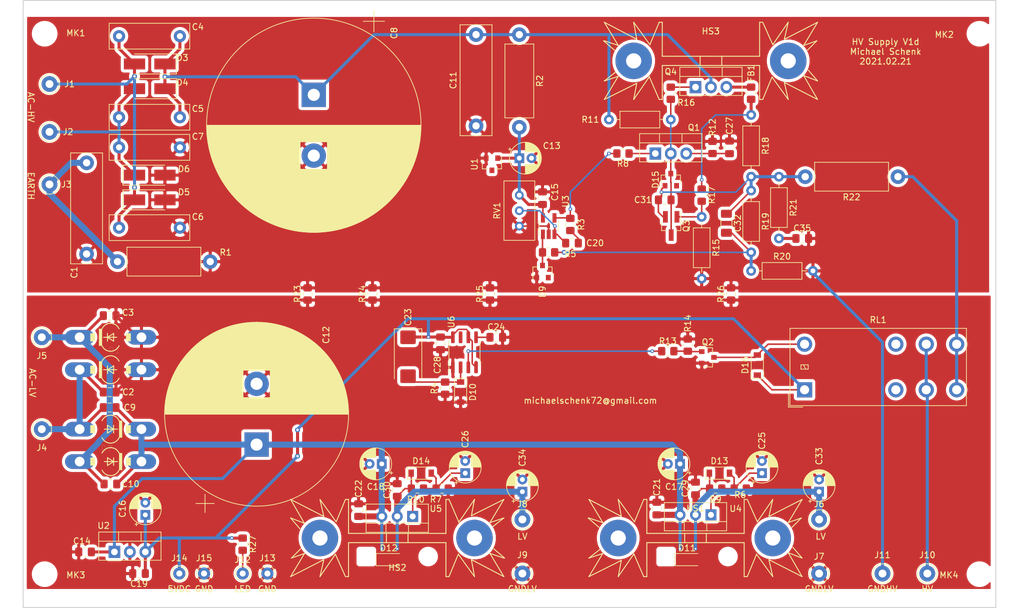
<source format=kicad_pcb>
(kicad_pcb (version 20171130) (host pcbnew "(5.1.9-0-10_14)")
  (layers (0 F.Cu signal) (31 B.Cu signal) (34 B.Paste user) (35 F.Paste user) (36 B.SilkS user) (37 F.SilkS user) (38 B.Mask user) (39 F.Mask user) (44 Edge.Cuts user))
  (net 0 "")
  (net 1 "Net-(C1-Pad1)")
  (net 2 "Net-(Q1-Pad1)")
  (net 3 "Net-(C5-Pad2)")
  (net 4 "Net-(C10-Pad1)")
  (net 5 GND_LV)
  (net 6 +5VDC)
  (net 7 "Net-(Q3-Pad1)")
  (net 8 GND_HV)
  (net 9 "Net-(Q2-Pad1)")
  (net 10 HV)
  (net 11 "Net-(C24-Pad1)")
  (net 12 "Net-(C26-Pad1)")
  (net 13 "Net-(C27-Pad1)")
  (net 14 "Net-(FB1-Pad2)")
  (net 15 "Net-(FB1-Pad1)")
  (net 16 "Net-(Q4-Pad1)")
  (net 17 "Net-(C2-Pad1)")
  (net 18 "Net-(C10-Pad2)")
  (net 19 "Net-(C4-Pad2)")
  (net 20 "Net-(C11-Pad2)")
  (net 21 "Net-(C13-Pad1)")
  (net 22 "Net-(C20-Pad2)")
  (net 23 "Net-(C20-Pad1)")
  (net 24 "Net-(C23-Pad2)")
  (net 25 "Net-(C25-Pad1)")
  (net 26 "Net-(C29-Pad1)")
  (net 27 "Net-(C30-Pad1)")
  (net 28 "Net-(C31-Pad2)")
  (net 29 "Net-(J10-Pad1)")
  (net 30 "Net-(J12-Pad1)")
  (net 31 "Net-(R3-Pad2)")
  (net 32 "Net-(R13-Pad1)")
  (net 33 "Net-(C31-Pad1)")
  (net 34 "Net-(C32-Pad2)")
  (net 35 "Net-(C35-Pad1)")
  (net 36 "Net-(D16-Pad2)")
  (net 37 "Net-(D9-Pad3)")
  (module Diode_SMD:D_SOD-123F (layer F.Cu) (at 115.275 137.056)
    (fp_text reference D12 (at -0.127 -1.905) (layer F.SilkS))
    (fp_text value 1N4007)
    (pad 2 smd rect (at 1.4 0) (size 1.1 1.1) (layers F.Cu F.Paste F.Mask) (net 27 "Net-(C30-Pad1)"))
    (pad 1 smd rect (at -1.4 0) (size 1.1 1.1) (layers F.Cu F.Paste F.Mask) (net 4 "Net-(C10-Pad1)"))
  )
  (module Diode_SMD:D_SOD-123F (layer F.Cu) (at 164.297 137.056)
    (fp_text reference D11 (at -0.127 -1.905) (layer F.SilkS))
    (fp_text value 1N4007)
    (pad 2 smd rect (at 1.4 0) (size 1.1 1.1) (layers F.Cu F.Paste F.Mask) (net 26 "Net-(C29-Pad1)"))
    (pad 1 smd rect (at -1.4 0) (size 1.1 1.1) (layers F.Cu F.Paste F.Mask) (net 4 "Net-(C10-Pad1)"))
  )
  (module Resistor_THT:R_Axial_DIN0414_L11.9mm_D4.5mm_P15.24mm_Horizontal (layer F.Cu) (at 198.844 74.064 180)
    (fp_text reference R22 (at 7.62 -3.37) (layer F.SilkS))
    (fp_text value 330R2W)
    (pad 2 thru_hole oval (at 15.24 0 180) (size 2.4 2.4) (drill 1.2) (layers *.Cu *.Mask) (net 28 "Net-(C31-Pad2)"))
    (pad 1 thru_hole circle (at 0 0 180) (size 2.4 2.4) (drill 1.2) (layers *.Cu *.Mask) (net 10 HV))
  )
  (module kicad-snk:SOD64-10 (layer F.Cu) (at 69.431 100.48)
    (fp_text reference D2 (at 0.63569 -3.17845) (layer F.SilkS) (effects (font (size 1.001087 1.001087) (thickness 0.015))))
    (fp_text value BYV98-200)
    (pad 1 thru_hole oval (at -5.08 0) (size 4.8006 2.4003) (drill 1.6002) (layers *.Cu *.Mask) (net 18 "Net-(C10-Pad2)"))
    (pad 2 thru_hole oval (at 5.08 0) (size 4.8006 2.4003) (drill 1.6002) (layers *.Cu *.Mask) (net 5 GND_LV))
  )
  (module kicad-snk:SOD64-10 (layer F.Cu) (at 69.431 120.927 180)
    (fp_text reference D8 (at 0.63569 -3.17845) (layer F.SilkS) (effects (font (size 1.001087 1.001087) (thickness 0.015))))
    (fp_text value BYV98-200)
    (pad 1 thru_hole oval (at -5.08 0 180) (size 4.8006 2.4003) (drill 1.6002) (layers *.Cu *.Mask) (net 4 "Net-(C10-Pad1)"))
    (pad 2 thru_hole oval (at 5.08 0 180) (size 4.8006 2.4003) (drill 1.6002) (layers *.Cu *.Mask) (net 18 "Net-(C10-Pad2)"))
  )
  (module kicad-snk:SOD64-10 (layer F.Cu) (at 69.431 115.593 180)
    (fp_text reference D7 (at 0.63569 -3.17845) (layer F.SilkS) (effects (font (size 1.001087 1.001087) (thickness 0.015))))
    (fp_text value BYV98-200)
    (pad 1 thru_hole oval (at -5.08 0 180) (size 4.8006 2.4003) (drill 1.6002) (layers *.Cu *.Mask) (net 4 "Net-(C10-Pad1)"))
    (pad 2 thru_hole oval (at 5.08 0 180) (size 4.8006 2.4003) (drill 1.6002) (layers *.Cu *.Mask) (net 17 "Net-(C2-Pad1)"))
  )
  (module kicad-snk:SOD64-10 (layer F.Cu) (at 69.431 105.814)
    (fp_text reference D1 (at 0.63569 -3.17845) (layer F.SilkS) (effects (font (size 1.001087 1.001087) (thickness 0.015))))
    (fp_text value BYV98-200)
    (pad 1 thru_hole oval (at -5.08 0) (size 4.8006 2.4003) (drill 1.6002) (layers *.Cu *.Mask) (net 17 "Net-(C2-Pad1)"))
    (pad 2 thru_hole oval (at 5.08 0) (size 4.8006 2.4003) (drill 1.6002) (layers *.Cu *.Mask) (net 5 GND_LV))
  )
  (module Diode_SMD:D_SOD-123 (layer F.Cu) (at 120.486 122.832)
    (fp_text reference D14 (at 0 -2) (layer F.SilkS))
    (fp_text value 1N4148W)
    (pad 2 smd rect (at 1.65 0) (size 0.9 1.2) (layers F.Cu F.Paste F.Mask) (net 12 "Net-(C26-Pad1)"))
    (pad 1 smd rect (at -1.65 0) (size 0.9 1.2) (layers F.Cu F.Paste F.Mask) (net 27 "Net-(C30-Pad1)"))
  )
  (module Capacitor_THT:CP_Radial_D5.0mm_P2.00mm (layer F.Cu) (at 127.724 122.832 90)
    (fp_text reference C26 (at 5.588 0 90) (layer F.SilkS))
    (fp_text value 10uF/25V)
    (pad 2 thru_hole circle (at 2 0 90) (size 1.6 1.6) (drill 0.8) (layers *.Cu *.Mask) (net 5 GND_LV))
    (pad 1 thru_hole rect (at 0 0 90) (size 1.6 1.6) (drill 0.8) (layers *.Cu *.Mask) (net 12 "Net-(C26-Pad1)"))
  )
  (module Diode_SMD:D_SOD-123 (layer F.Cu) (at 169.506 122.832)
    (fp_text reference D13 (at 0 -2) (layer F.SilkS))
    (fp_text value 1N4148W)
    (pad 2 smd rect (at 1.65 0) (size 0.9 1.2) (layers F.Cu F.Paste F.Mask) (net 25 "Net-(C25-Pad1)"))
    (pad 1 smd rect (at -1.65 0) (size 0.9 1.2) (layers F.Cu F.Paste F.Mask) (net 26 "Net-(C29-Pad1)"))
  )
  (module Capacitor_THT:CP_Radial_D5.0mm_P2.00mm (layer F.Cu) (at 176.492 122.832 90)
    (fp_text reference C25 (at 5.334 0 90) (layer F.SilkS))
    (fp_text value 10uF/25V)
    (pad 2 thru_hole circle (at 2 0 90) (size 1.6 1.6) (drill 0.8) (layers *.Cu *.Mask) (net 5 GND_LV))
    (pad 1 thru_hole rect (at 0 0 90) (size 1.6 1.6) (drill 0.8) (layers *.Cu *.Mask) (net 25 "Net-(C25-Pad1)"))
  )
  (module Capacitor_THT:CP_Radial_D5.0mm_P2.00mm (layer F.Cu) (at 163.03 121.308 180)
    (fp_text reference C17 (at 1 -3.75) (layer F.SilkS))
    (fp_text value 10uF/25V)
    (pad 2 thru_hole circle (at 2 0 180) (size 1.6 1.6) (drill 0.8) (layers *.Cu *.Mask) (net 5 GND_LV))
    (pad 1 thru_hole rect (at 0 0 180) (size 1.6 1.6) (drill 0.8) (layers *.Cu *.Mask) (net 4 "Net-(C10-Pad1)"))
  )
  (module Resistor_SMD:R_0805_2012Metric_Pad1.20x1.40mm_HandSolder (layer F.Cu) (at 101.816 93.352 90)
    (fp_text reference R23 (at 0 -1.65 90) (layer F.SilkS))
    (fp_text value 1R/0.5W)
    (pad 2 smd roundrect (at 1 0 90) (size 1.2 1.4) (layers F.Cu F.Paste F.Mask) (roundrect_rratio 0.2083325) (net 8 GND_HV))
    (pad 1 smd roundrect (at -1 0 90) (size 1.2 1.4) (layers F.Cu F.Paste F.Mask) (roundrect_rratio 0.2083325) (net 5 GND_LV))
  )
  (module Resistor_THT:R_Axial_DIN0414_L11.9mm_D4.5mm_P15.24mm_Horizontal (layer F.Cu) (at 70.574 88.034)
    (fp_text reference R1 (at 17.78 -1.524) (layer F.SilkS))
    (fp_text value 100R/2W)
    (pad 2 thru_hole oval (at 15.24 0) (size 2.4 2.4) (drill 1.2) (layers *.Cu *.Mask) (net 8 GND_HV))
    (pad 1 thru_hole circle (at 0 0) (size 2.4 2.4) (drill 1.2) (layers *.Cu *.Mask) (net 1 "Net-(C1-Pad1)"))
  )
  (module Diode_SMD:D_SMA_Handsoldering (layer F.Cu) (at 75.868 59.586 180)
    (fp_text reference D4 (at -5.374 1.016) (layer F.SilkS))
    (fp_text value BYG20J)
    (pad 2 smd rect (at 2.5 0 180) (size 3.5 1.8) (layers F.Cu F.Paste F.Mask) (net 3 "Net-(C5-Pad2)"))
    (pad 1 smd rect (at -2.5 0 180) (size 3.5 1.8) (layers F.Cu F.Paste F.Mask) (net 20 "Net-(C11-Pad2)"))
  )
  (module Diode_SMD:D_SMA_Handsoldering (layer F.Cu) (at 75.868 73.81)
    (fp_text reference D6 (at 5.628 -1.016) (layer F.SilkS))
    (fp_text value BYG20J)
    (pad 2 smd rect (at 2.5 0) (size 3.5 1.8) (layers F.Cu F.Paste F.Mask) (net 8 GND_HV))
    (pad 1 smd rect (at -2.5 0) (size 3.5 1.8) (layers F.Cu F.Paste F.Mask) (net 3 "Net-(C5-Pad2)"))
  )
  (module Diode_SMD:D_SMA_Handsoldering (layer F.Cu) (at 75.868 77.874)
    (fp_text reference D5 (at 5.628 -1.27) (layer F.SilkS))
    (fp_text value BYG20J)
    (pad 2 smd rect (at 2.5 0) (size 3.5 1.8) (layers F.Cu F.Paste F.Mask) (net 8 GND_HV))
    (pad 1 smd rect (at -2.5 0) (size 3.5 1.8) (layers F.Cu F.Paste F.Mask) (net 19 "Net-(C4-Pad2)"))
  )
  (module Diode_SMD:D_SMA_Handsoldering (layer F.Cu) (at 75.868 55.522 180)
    (fp_text reference D3 (at -5.374 1.016) (layer F.SilkS))
    (fp_text value BYG20J)
    (pad 2 smd rect (at 2.5 0 180) (size 3.5 1.8) (layers F.Cu F.Paste F.Mask) (net 19 "Net-(C4-Pad2)"))
    (pad 1 smd rect (at -2.5 0 180) (size 3.5 1.8) (layers F.Cu F.Paste F.Mask) (net 20 "Net-(C11-Pad2)"))
  )
  (module Capacitor_THT:C_Rect_L13.0mm_W4.0mm_P10.00mm_FKS3_FKP3_MKS4 (layer F.Cu) (at 80.828 69.238 180)
    (fp_text reference C7 (at -2.954 1.778) (layer F.SilkS))
    (fp_text value 10nF/630V)
    (pad 2 thru_hole circle (at 10 0 180) (size 2 2) (drill 1) (layers *.Cu *.Mask) (net 3 "Net-(C5-Pad2)"))
    (pad 1 thru_hole circle (at 0 0 180) (size 2 2) (drill 1) (layers *.Cu *.Mask) (net 8 GND_HV))
  )
  (module Capacitor_THT:C_Rect_L13.0mm_W4.0mm_P10.00mm_FKS3_FKP3_MKS4 (layer F.Cu) (at 80.828 82.446 180)
    (fp_text reference C6 (at -2.954 1.778) (layer F.SilkS))
    (fp_text value 10nF/630V)
    (pad 2 thru_hole circle (at 10 0 180) (size 2 2) (drill 1) (layers *.Cu *.Mask) (net 19 "Net-(C4-Pad2)"))
    (pad 1 thru_hole circle (at 0 0 180) (size 2 2) (drill 1) (layers *.Cu *.Mask) (net 8 GND_HV))
  )
  (module Capacitor_THT:C_Rect_L13.0mm_W4.0mm_P10.00mm_FKS3_FKP3_MKS4 (layer F.Cu) (at 80.828 64.285 180)
    (fp_text reference C5 (at -2.954 1.397) (layer F.SilkS))
    (fp_text value 10nF/630V)
    (pad 2 thru_hole circle (at 10 0 180) (size 2 2) (drill 1) (layers *.Cu *.Mask) (net 3 "Net-(C5-Pad2)"))
    (pad 1 thru_hole circle (at 0 0 180) (size 2 2) (drill 1) (layers *.Cu *.Mask) (net 20 "Net-(C11-Pad2)"))
  )
  (module Capacitor_THT:C_Rect_L13.0mm_W4.0mm_P10.00mm_FKS3_FKP3_MKS4 (layer F.Cu) (at 80.828 50.95 180)
    (fp_text reference C4 (at -2.954 1.524) (layer F.SilkS))
    (fp_text value 10nF/630V)
    (pad 2 thru_hole circle (at 10 0 180) (size 2 2) (drill 1) (layers *.Cu *.Mask) (net 19 "Net-(C4-Pad2)"))
    (pad 1 thru_hole circle (at 0 0 180) (size 2 2) (drill 1) (layers *.Cu *.Mask) (net 20 "Net-(C11-Pad2)"))
  )
  (module Package_SO:SOIC-8_3.9x4.9mm_P1.27mm (layer F.Cu) (at 127.597 102.955 90)
    (fp_text reference U6 (at 5.015 -2.159 90) (layer F.SilkS))
    (fp_text value TLC555CDR)
    (pad 8 smd roundrect (at 2.475 -1.905 90) (size 1.95 0.6) (layers F.Cu F.Paste F.Mask) (net 6 +5VDC))
    (pad 7 smd roundrect (at 2.475 -0.635 90) (size 1.95 0.6) (layers F.Cu F.Paste F.Mask))
    (pad 6 smd roundrect (at 2.475 0.635 90) (size 1.95 0.6) (layers F.Cu F.Paste F.Mask) (net 6 +5VDC))
    (pad 5 smd roundrect (at 2.475 1.905 90) (size 1.95 0.6) (layers F.Cu F.Paste F.Mask) (net 11 "Net-(C24-Pad1)"))
    (pad 4 smd roundrect (at -2.475 1.905 90) (size 1.95 0.6) (layers F.Cu F.Paste F.Mask) (net 6 +5VDC))
    (pad 3 smd roundrect (at -2.475 0.635 90) (size 1.95 0.6) (layers F.Cu F.Paste F.Mask) (net 32 "Net-(R13-Pad1)"))
    (pad 2 smd roundrect (at -2.475 -0.635 90) (size 1.95 0.6) (layers F.Cu F.Paste F.Mask) (net 24 "Net-(C23-Pad2)"))
    (pad 1 smd roundrect (at -2.475 -1.905 90) (size 1.95 0.6) (layers F.Cu F.Paste F.Mask) (net 5 GND_LV))
  )
  (module Resistor_SMD:R_0805_2012Metric_Pad1.20x1.40mm_HandSolder (layer F.Cu) (at 161.506 60.332 90)
    (fp_text reference R16 (at -1.54 2.54) (layer F.SilkS))
    (fp_text value "100R 1/8W")
    (pad 2 smd roundrect (at 1 0 90) (size 1.2 1.4) (layers F.Cu F.Paste F.Mask) (roundrect_rratio 0.2083325) (net 16 "Net-(Q4-Pad1)"))
    (pad 1 smd roundrect (at -1 0 90) (size 1.2 1.4) (layers F.Cu F.Paste F.Mask) (roundrect_rratio 0.2083325) (net 33 "Net-(C31-Pad1)"))
  )
  (module Resistor_THT:R_Axial_DIN0207_L6.3mm_D2.5mm_P10.16mm_Horizontal (layer F.Cu) (at 166.586 80.668 270)
    (fp_text reference R15 (at 5.08 -2.37 90) (layer F.SilkS))
    (fp_text value 200k/0.6W)
    (pad 2 thru_hole oval (at 10.16 0 270) (size 1.6 1.6) (drill 0.8) (layers *.Cu *.Mask) (net 8 GND_HV))
    (pad 1 thru_hole circle (at 0 0 270) (size 1.6 1.6) (drill 0.8) (layers *.Cu *.Mask) (net 7 "Net-(Q3-Pad1)"))
  )
  (module Resistor_THT:R_Axial_DIN0207_L6.3mm_D2.5mm_P10.16mm_Horizontal (layer F.Cu) (at 151.346 64.666)
    (fp_text reference R11 (at -3.048 0) (layer F.SilkS))
    (fp_text value 470k/0.6W)
    (pad 2 thru_hole oval (at 10.16 0) (size 1.6 1.6) (drill 0.8) (layers *.Cu *.Mask) (net 33 "Net-(C31-Pad1)"))
    (pad 1 thru_hole circle (at 0 0) (size 1.6 1.6) (drill 0.8) (layers *.Cu *.Mask) (net 20 "Net-(C11-Pad2)"))
  )
  (module Resistor_THT:R_Axial_DIN0207_L6.3mm_D2.5mm_P10.16mm_Horizontal (layer F.Cu) (at 174.714 63.904 270)
    (fp_text reference R18 (at 5.08 -2.37 90) (layer F.SilkS))
    (fp_text value 12R/0.6W)
    (pad 2 thru_hole oval (at 10.16 0 270) (size 1.6 1.6) (drill 0.8) (layers *.Cu *.Mask) (net 28 "Net-(C31-Pad2)"))
    (pad 1 thru_hole circle (at 0 0 270) (size 1.6 1.6) (drill 0.8) (layers *.Cu *.Mask) (net 14 "Net-(FB1-Pad2)"))
  )
  (module Resistor_SMD:R_0805_2012Metric_Pad1.20x1.40mm_HandSolder (layer F.Cu) (at 174.714 60.332 270)
    (fp_text reference FB1 (at -3.286 0 90) (layer F.SilkS))
    (fp_text value 600R@100MHz)
    (pad 2 smd roundrect (at 1 0 270) (size 1.2 1.4) (layers F.Cu F.Paste F.Mask) (roundrect_rratio 0.2083325) (net 14 "Net-(FB1-Pad2)"))
    (pad 1 smd roundrect (at -1 0 270) (size 1.2 1.4) (layers F.Cu F.Paste F.Mask) (roundrect_rratio 0.2083325) (net 15 "Net-(FB1-Pad1)"))
  )
  (module Capacitor_SMD:C_1206_3216Metric_Pad1.33x1.80mm_HandSolder (layer F.Cu) (at 170.65 81.7225 270)
    (fp_text reference C32 (at 0 -1.85 90) (layer F.SilkS))
    (fp_text value 10pF/500V)
    (pad 2 smd roundrect (at 1.5625 0 270) (size 1.325 1.8) (layers F.Cu F.Paste F.Mask) (roundrect_rratio 0.1886777358490566) (net 34 "Net-(C32-Pad2)"))
    (pad 1 smd roundrect (at -1.5625 0 270) (size 1.325 1.8) (layers F.Cu F.Paste F.Mask) (roundrect_rratio 0.1886777358490566) (net 28 "Net-(C31-Pad2)"))
  )
  (module Capacitor_SMD:C_0805_2012Metric_Pad1.18x1.45mm_HandSolder (layer F.Cu) (at 183.1175 84.224)
    (fp_text reference C35 (at 0 -1.68) (layer F.SilkS))
    (fp_text value 470pF/500V)
    (pad 2 smd roundrect (at 1.0375 0) (size 1.175 1.45) (layers F.Cu F.Paste F.Mask) (roundrect_rratio 0.2127659574468085) (net 8 GND_HV))
    (pad 1 smd roundrect (at -1.0375 0) (size 1.175 1.45) (layers F.Cu F.Paste F.Mask) (roundrect_rratio 0.2127659574468085) (net 35 "Net-(C35-Pad1)"))
  )
  (module Package_TO_SOT_SMD:SOT-23-5_HandSoldering (layer F.Cu) (at 141.44 82.192 90)
    (fp_text reference U3 (at 4.064 2.794 90) (layer F.SilkS))
    (fp_text value LM321)
    (pad 5 smd rect (at 1.35 -0.95 90) (size 1.56 0.65) (layers F.Cu F.Paste F.Mask) (net 21 "Net-(C13-Pad1)"))
    (pad 4 smd rect (at 1.35 0.95 90) (size 1.56 0.65) (layers F.Cu F.Paste F.Mask) (net 31 "Net-(R3-Pad2)"))
    (pad 3 smd rect (at -1.35 0.95 90) (size 1.56 0.65) (layers F.Cu F.Paste F.Mask) (net 23 "Net-(C20-Pad1)"))
    (pad 2 smd rect (at -1.35 0 90) (size 1.56 0.65) (layers F.Cu F.Paste F.Mask) (net 8 GND_HV))
    (pad 1 smd rect (at -1.35 -0.95 90) (size 1.56 0.65) (layers F.Cu F.Paste F.Mask) (net 37 "Net-(D9-Pad3)"))
  )
  (module Package_TO_SOT_THT:TO-220-3_Vertical (layer F.Cu) (at 165.57 59.332)
    (fp_text reference Q4 (at -4.064 -2.54) (layer F.SilkS))
    (fp_text value IRF840)
    (pad 3 thru_hole oval (at 5.08 0) (size 1.905 2) (drill 1.1) (layers *.Cu *.Mask) (net 15 "Net-(FB1-Pad1)"))
    (pad 2 thru_hole oval (at 2.54 0) (size 1.905 2) (drill 1.1) (layers *.Cu *.Mask) (net 20 "Net-(C11-Pad2)"))
    (pad 1 thru_hole rect (at 0 0) (size 1.905 2) (drill 1.1) (layers *.Cu *.Mask) (net 16 "Net-(Q4-Pad1)"))
  )
  (module Package_TO_SOT_SMD:SOT-23_Handsoldering (layer F.Cu) (at 161.572 82.168 270)
    (fp_text reference Q3 (at 0 -2.5 90) (layer F.SilkS))
    (fp_text value MMBT3904-TP)
    (pad 3 smd rect (at 1.5 0 270) (size 1.9 0.8) (layers F.Cu F.Paste F.Mask) (net 33 "Net-(C31-Pad1)"))
    (pad 2 smd rect (at -1.5 0.95 270) (size 1.9 0.8) (layers F.Cu F.Paste F.Mask) (net 28 "Net-(C31-Pad2)"))
    (pad 1 smd rect (at -1.5 -0.95 270) (size 1.9 0.8) (layers F.Cu F.Paste F.Mask) (net 7 "Net-(Q3-Pad1)"))
  )
  (module Package_TO_SOT_THT:TO-220-3_Vertical (layer F.Cu) (at 158.966 70.254)
    (fp_text reference Q1 (at 6.35 -4.27) (layer F.SilkS))
    (fp_text value IRF840)
    (pad 3 thru_hole oval (at 5.08 0) (size 1.905 2) (drill 1.1) (layers *.Cu *.Mask) (net 13 "Net-(C27-Pad1)"))
    (pad 2 thru_hole oval (at 2.54 0) (size 1.905 2) (drill 1.1) (layers *.Cu *.Mask) (net 33 "Net-(C31-Pad1)"))
    (pad 1 thru_hole rect (at 0 0) (size 1.905 2) (drill 1.1) (layers *.Cu *.Mask) (net 2 "Net-(Q1-Pad1)"))
  )
  (module Resistor_SMD:R_0805_2012Metric_Pad1.20x1.40mm_HandSolder (layer F.Cu) (at 171.412 93.352 90)
    (fp_text reference R26 (at 0 -1.65 90) (layer F.SilkS))
    (fp_text value 1R/0.5W)
    (pad 2 smd roundrect (at 1 0 90) (size 1.2 1.4) (layers F.Cu F.Paste F.Mask) (roundrect_rratio 0.2083325) (net 8 GND_HV))
    (pad 1 smd roundrect (at -1 0 90) (size 1.2 1.4) (layers F.Cu F.Paste F.Mask) (roundrect_rratio 0.2083325) (net 5 GND_LV))
  )
  (module Resistor_SMD:R_0805_2012Metric_Pad1.20x1.40mm_HandSolder (layer F.Cu) (at 131.788 93.352 90)
    (fp_text reference R25 (at 0 -1.65 90) (layer F.SilkS))
    (fp_text value 1R/0.5W)
    (pad 2 smd roundrect (at 1 0 90) (size 1.2 1.4) (layers F.Cu F.Paste F.Mask) (roundrect_rratio 0.2083325) (net 8 GND_HV))
    (pad 1 smd roundrect (at -1 0 90) (size 1.2 1.4) (layers F.Cu F.Paste F.Mask) (roundrect_rratio 0.2083325) (net 5 GND_LV))
  )
  (module Resistor_SMD:R_0805_2012Metric_Pad1.20x1.40mm_HandSolder (layer F.Cu) (at 112.484 93.352 90)
    (fp_text reference R24 (at 0 -1.65 90) (layer F.SilkS))
    (fp_text value 1R/0.5W)
    (pad 2 smd roundrect (at 1 0 90) (size 1.2 1.4) (layers F.Cu F.Paste F.Mask) (roundrect_rratio 0.2083325) (net 8 GND_HV))
    (pad 1 smd roundrect (at -1 0 90) (size 1.2 1.4) (layers F.Cu F.Paste F.Mask) (roundrect_rratio 0.2083325) (net 5 GND_LV))
  )
  (module Resistor_SMD:R_0805_2012Metric_Pad1.20x1.40mm_HandSolder (layer F.Cu) (at 166.586 77.096 270)
    (fp_text reference R17 (at 0 -1.65 90) (layer F.SilkS))
    (fp_text value 4.99k,1/8W)
    (pad 2 smd roundrect (at 1 0 270) (size 1.2 1.4) (layers F.Cu F.Paste F.Mask) (roundrect_rratio 0.2083325) (net 7 "Net-(Q3-Pad1)"))
    (pad 1 smd roundrect (at -1 0 270) (size 1.2 1.4) (layers F.Cu F.Paste F.Mask) (roundrect_rratio 0.2083325) (net 14 "Net-(FB1-Pad2)"))
  )
  (module Resistor_SMD:R_0805_2012Metric_Pad1.20x1.40mm_HandSolder (layer F.Cu) (at 168.888 125.372)
    (fp_text reference R9 (at -0.016 1.778) (layer F.SilkS))
    (fp_text value "240R 1/8W")
    (pad 2 smd roundrect (at 1 0) (size 1.2 1.4) (layers F.Cu F.Paste F.Mask) (roundrect_rratio 0.2083325) (net 25 "Net-(C25-Pad1)"))
    (pad 1 smd roundrect (at -1 0) (size 1.2 1.4) (layers F.Cu F.Paste F.Mask) (roundrect_rratio 0.2083325) (net 26 "Net-(C29-Pad1)"))
  )
  (module Resistor_SMD:R_0805_2012Metric_Pad1.20x1.40mm_HandSolder (layer F.Cu) (at 119.866 125.372)
    (fp_text reference R10 (at -0.27 1.778) (layer F.SilkS))
    (fp_text value "240R 1/8W")
    (pad 2 smd roundrect (at 1 0) (size 1.2 1.4) (layers F.Cu F.Paste F.Mask) (roundrect_rratio 0.2083325) (net 12 "Net-(C26-Pad1)"))
    (pad 1 smd roundrect (at -1 0) (size 1.2 1.4) (layers F.Cu F.Paste F.Mask) (roundrect_rratio 0.2083325) (net 27 "Net-(C30-Pad1)"))
  )
  (module Resistor_SMD:R_0805_2012Metric_Pad1.20x1.40mm_HandSolder (layer F.Cu) (at 123.93 125.372)
    (fp_text reference R7 (at -1.032 1.778) (layer F.SilkS))
    (fp_text value "976R 1/8W")
    (pad 2 smd roundrect (at 1 0) (size 1.2 1.4) (layers F.Cu F.Paste F.Mask) (roundrect_rratio 0.2083325) (net 5 GND_LV))
    (pad 1 smd roundrect (at -1 0) (size 1.2 1.4) (layers F.Cu F.Paste F.Mask) (roundrect_rratio 0.2083325) (net 12 "Net-(C26-Pad1)"))
  )
  (module Resistor_SMD:R_0805_2012Metric_Pad1.20x1.40mm_HandSolder (layer F.Cu) (at 172.92 125.372)
    (fp_text reference R6 (at 0 1.016) (layer F.SilkS))
    (fp_text value "976R 1/8W")
    (pad 2 smd roundrect (at 1 0) (size 1.2 1.4) (layers F.Cu F.Paste F.Mask) (roundrect_rratio 0.2083325) (net 5 GND_LV))
    (pad 1 smd roundrect (at -1 0) (size 1.2 1.4) (layers F.Cu F.Paste F.Mask) (roundrect_rratio 0.2083325) (net 25 "Net-(C25-Pad1)"))
  )
  (module Resistor_SMD:R_0805_2012Metric_Pad1.20x1.40mm_HandSolder (layer F.Cu) (at 91.148 134.516 270)
    (fp_text reference R27 (at 0 -1.65 90) (layer F.SilkS))
    (fp_text value "470R 1/8W")
    (pad 2 smd roundrect (at 1 0 270) (size 1.2 1.4) (layers F.Cu F.Paste F.Mask) (roundrect_rratio 0.2083325) (net 30 "Net-(J12-Pad1)"))
    (pad 1 smd roundrect (at -1 0 270) (size 1.2 1.4) (layers F.Cu F.Paste F.Mask) (roundrect_rratio 0.2083325) (net 6 +5VDC))
  )
  (module Resistor_SMD:R_0805_2012Metric_Pad1.20x1.40mm_HandSolder (layer F.Cu) (at 164.3 101.766 90)
    (fp_text reference R14 (at 3.572 0 90) (layer F.SilkS))
    (fp_text value "2.49k 1/8W")
    (pad 2 smd roundrect (at 1 0 90) (size 1.2 1.4) (layers F.Cu F.Paste F.Mask) (roundrect_rratio 0.2083325) (net 5 GND_LV))
    (pad 1 smd roundrect (at -1 0 90) (size 1.2 1.4) (layers F.Cu F.Paste F.Mask) (roundrect_rratio 0.2083325) (net 9 "Net-(Q2-Pad1)"))
  )
  (module Resistor_SMD:R_0805_2012Metric_Pad1.20x1.40mm_HandSolder (layer F.Cu) (at 161.014 102.766)
    (fp_text reference R13 (at 0 -1.65) (layer F.SilkS))
    (fp_text value "2.49k 1/8W")
    (pad 2 smd roundrect (at 1 0) (size 1.2 1.4) (layers F.Cu F.Paste F.Mask) (roundrect_rratio 0.2083325) (net 9 "Net-(Q2-Pad1)"))
    (pad 1 smd roundrect (at -1 0) (size 1.2 1.4) (layers F.Cu F.Paste F.Mask) (roundrect_rratio 0.2083325) (net 32 "Net-(R13-Pad1)"))
  )
  (module Resistor_SMD:R_0805_2012Metric_Pad1.20x1.40mm_HandSolder (layer F.Cu) (at 124.422 108.846 270)
    (fp_text reference R4 (at 0.016 1.778 90) (layer F.SilkS))
    (fp_text value "1Meg 1/8W")
    (pad 2 smd roundrect (at 1 0 270) (size 1.2 1.4) (layers F.Cu F.Paste F.Mask) (roundrect_rratio 0.2083325) (net 5 GND_LV))
    (pad 1 smd roundrect (at -1 0 270) (size 1.2 1.4) (layers F.Cu F.Paste F.Mask) (roundrect_rratio 0.2083325) (net 24 "Net-(C23-Pad2)"))
  )
  (module Capacitor_SMD:C_0805_2012Metric_Pad1.18x1.45mm_HandSolder (layer F.Cu) (at 165.57 125.3505 90)
    (fp_text reference C29 (at 0 -1.68 90) (layer F.SilkS))
    (fp_text value 100nF/50V)
    (pad 2 smd roundrect (at 1.0375 0 90) (size 1.175 1.45) (layers F.Cu F.Paste F.Mask) (roundrect_rratio 0.2127659574468085) (net 5 GND_LV))
    (pad 1 smd roundrect (at -1.0375 0 90) (size 1.175 1.45) (layers F.Cu F.Paste F.Mask) (roundrect_rratio 0.2127659574468085) (net 26 "Net-(C29-Pad1)"))
  )
  (module Capacitor_SMD:C_0805_2012Metric_Pad1.18x1.45mm_HandSolder (layer F.Cu) (at 116.548 125.6045 90)
    (fp_text reference C30 (at 0 -1.68 90) (layer F.SilkS))
    (fp_text value 100nF/50V)
    (pad 2 smd roundrect (at 1.0375 0 90) (size 1.175 1.45) (layers F.Cu F.Paste F.Mask) (roundrect_rratio 0.2127659574468085) (net 5 GND_LV))
    (pad 1 smd roundrect (at -1.0375 0 90) (size 1.175 1.45) (layers F.Cu F.Paste F.Mask) (roundrect_rratio 0.2127659574468085) (net 27 "Net-(C30-Pad1)"))
  )
  (module Capacitor_SMD:C_0805_2012Metric_Pad1.18x1.45mm_HandSolder (layer F.Cu) (at 159.22 128.6525 90)
    (fp_text reference C21 (at 3.5345 0 90) (layer F.SilkS))
    (fp_text value 100nF/50V)
    (pad 2 smd roundrect (at 1.0375 0 90) (size 1.175 1.45) (layers F.Cu F.Paste F.Mask) (roundrect_rratio 0.2127659574468085) (net 5 GND_LV))
    (pad 1 smd roundrect (at -1.0375 0 90) (size 1.175 1.45) (layers F.Cu F.Paste F.Mask) (roundrect_rratio 0.2127659574468085) (net 4 "Net-(C10-Pad1)"))
  )
  (module Capacitor_SMD:C_0805_2012Metric_Pad1.18x1.45mm_HandSolder (layer F.Cu) (at 110.198 128.9065 90)
    (fp_text reference C22 (at 3.5345 0 90) (layer F.SilkS))
    (fp_text value 100nF/50V)
    (pad 2 smd roundrect (at 1.0375 0 90) (size 1.175 1.45) (layers F.Cu F.Paste F.Mask) (roundrect_rratio 0.2127659574468085) (net 5 GND_LV))
    (pad 1 smd roundrect (at -1.0375 0 90) (size 1.175 1.45) (layers F.Cu F.Paste F.Mask) (roundrect_rratio 0.2127659574468085) (net 4 "Net-(C10-Pad1)"))
  )
  (module Capacitor_SMD:C_0805_2012Metric_Pad1.18x1.45mm_HandSolder (layer F.Cu) (at 123.66 101.4745 270)
    (fp_text reference C28 (at 3.5775 0.508 90) (layer F.SilkS))
    (fp_text value 100nF/50V)
    (pad 2 smd roundrect (at 1.0375 0 270) (size 1.175 1.45) (layers F.Cu F.Paste F.Mask) (roundrect_rratio 0.2127659574468085) (net 5 GND_LV))
    (pad 1 smd roundrect (at -1.0375 0 270) (size 1.175 1.45) (layers F.Cu F.Paste F.Mask) (roundrect_rratio 0.2127659574468085) (net 6 +5VDC))
  )
  (module Capacitor_SMD:C_0805_2012Metric_Pad1.18x1.45mm_HandSolder (layer F.Cu) (at 132.8255 100.48)
    (fp_text reference C24 (at 0 -1.68) (layer F.SilkS))
    (fp_text value 100nF/50V)
    (pad 2 smd roundrect (at 1.0375 0) (size 1.175 1.45) (layers F.Cu F.Paste F.Mask) (roundrect_rratio 0.2127659574468085) (net 5 GND_LV))
    (pad 1 smd roundrect (at -1.0375 0) (size 1.175 1.45) (layers F.Cu F.Paste F.Mask) (roundrect_rratio 0.2127659574468085) (net 11 "Net-(C24-Pad1)"))
  )
  (module Capacitor_SMD:C_0805_2012Metric_Pad1.18x1.45mm_HandSolder (layer F.Cu) (at 74.1085 139.342 180)
    (fp_text reference C19 (at 0 -1.68) (layer F.SilkS))
    (fp_text value 100nF/50V)
    (pad 2 smd roundrect (at 1.0375 0 180) (size 1.175 1.45) (layers F.Cu F.Paste F.Mask) (roundrect_rratio 0.2127659574468085) (net 5 GND_LV))
    (pad 1 smd roundrect (at -1.0375 0 180) (size 1.175 1.45) (layers F.Cu F.Paste F.Mask) (roundrect_rratio 0.2127659574468085) (net 6 +5VDC))
  )
  (module Capacitor_SMD:C_0805_2012Metric_Pad1.18x1.45mm_HandSolder (layer F.Cu) (at 65.24 135.786 180)
    (fp_text reference C14 (at 0.508 1.778) (layer F.SilkS))
    (fp_text value 330nF/50V)
    (pad 2 smd roundrect (at 1.0375 0 180) (size 1.175 1.45) (layers F.Cu F.Paste F.Mask) (roundrect_rratio 0.2127659574468085) (net 5 GND_LV))
    (pad 1 smd roundrect (at -1.0375 0 180) (size 1.175 1.45) (layers F.Cu F.Paste F.Mask) (roundrect_rratio 0.2127659574468085) (net 4 "Net-(C10-Pad1)"))
  )
  (module Package_TO_SOT_THT:TO-220-3_Vertical (layer F.Cu) (at 70.066 135.786)
    (fp_text reference U2 (at -1.778 -4.318) (layer F.SilkS))
    (fp_text value LM7805_TO220)
    (pad 3 thru_hole oval (at 5.08 0) (size 1.905 2) (drill 1.1) (layers *.Cu *.Mask) (net 6 +5VDC))
    (pad 2 thru_hole oval (at 2.54 0) (size 1.905 2) (drill 1.1) (layers *.Cu *.Mask) (net 5 GND_LV))
    (pad 1 thru_hole rect (at 0 0) (size 1.905 2) (drill 1.1) (layers *.Cu *.Mask) (net 4 "Net-(C10-Pad1)"))
  )
  (module Connector_Pin:Pin_D1.3mm_L11.0mm (layer F.Cu) (at 137.122 139.342)
    (fp_text reference J9 (at 0 -3.048) (layer F.SilkS))
    (fp_text value GND_LV2)
    (pad 1 thru_hole circle (at 0 0) (size 2.6 2.6) (drill 1.3) (layers *.Cu *.Mask) (net 5 GND_LV))
  )
  (module Connector_Pin:Pin_D1.3mm_L11.0mm (layer F.Cu) (at 137.122 130.452)
    (fp_text reference J8 (at 0 -2.54) (layer F.SilkS))
    (fp_text value LV2)
    (pad 1 thru_hole circle (at 0 0) (size 2.6 2.6) (drill 1.3) (layers *.Cu *.Mask) (net 27 "Net-(C30-Pad1)"))
  )
  (module Connector_Pin:Pin_D1.3mm_L11.0mm (layer F.Cu) (at 185.89 139.342)
    (fp_text reference J7 (at 0 -2.794) (layer F.SilkS))
    (fp_text value GND_LV1)
    (pad 1 thru_hole circle (at 0 0) (size 2.6 2.6) (drill 1.3) (layers *.Cu *.Mask) (net 5 GND_LV))
  )
  (module Connector_Pin:Pin_D1.3mm_L11.0mm (layer F.Cu) (at 185.89 130.452)
    (fp_text reference J6 (at 0 -2.54) (layer F.SilkS))
    (fp_text value LV1)
    (pad 1 thru_hole circle (at 0 0) (size 2.6 2.6) (drill 1.3) (layers *.Cu *.Mask) (net 26 "Net-(C29-Pad1)"))
  )
  (module Connector_Pin:Pin_D1.3mm_L11.0mm (layer F.Cu) (at 58.128 100.48)
    (fp_text reference J5 (at 0 3.048) (layer F.SilkS))
    (fp_text value AC-LV)
    (pad 1 thru_hole circle (at 0 0) (size 2.6 2.6) (drill 1.3) (layers *.Cu *.Mask) (net 18 "Net-(C10-Pad2)"))
  )
  (module Connector_Pin:Pin_D1.3mm_L11.0mm (layer F.Cu) (at 58.128 115.593)
    (fp_text reference J4 (at 0 3.048) (layer F.SilkS))
    (fp_text value AC-LV)
    (pad 1 thru_hole circle (at 0 0) (size 2.6 2.6) (drill 1.3) (layers *.Cu *.Mask) (net 17 "Net-(C2-Pad1)"))
  )
  (module Connector_Pin:Pin_D1.3mm_L11.0mm (layer F.Cu) (at 59.398 75.334)
    (fp_text reference J3 (at 2.794 0) (layer F.SilkS))
    (fp_text value EARTH)
    (pad 1 thru_hole circle (at 0 0) (size 2.6 2.6) (drill 1.3) (layers *.Cu *.Mask) (net 1 "Net-(C1-Pad1)"))
  )
  (module Connector_Pin:Pin_D1.3mm_L11.0mm (layer F.Cu) (at 59.398 66.698)
    (fp_text reference J2 (at 3.048 0) (layer F.SilkS))
    (fp_text value AC-HV)
    (pad 1 thru_hole circle (at 0 0) (size 2.6 2.6) (drill 1.3) (layers *.Cu *.Mask) (net 3 "Net-(C5-Pad2)"))
  )
  (module Connector_Pin:Pin_D1.3mm_L11.0mm (layer F.Cu) (at 59.398 58.824)
    (fp_text reference J1 (at 3.302 0) (layer F.SilkS))
    (fp_text value AC-HV)
    (pad 1 thru_hole circle (at 0 0) (size 2.6 2.6) (drill 1.3) (layers *.Cu *.Mask) (net 19 "Net-(C4-Pad2)"))
  )
  (module Capacitor_THT:CP_Radial_D5.0mm_P2.00mm (layer F.Cu) (at 137.122 125.88 90)
    (fp_text reference C34 (at 5.588 0 90) (layer F.SilkS))
    (fp_text value 1uF/25V)
    (pad 2 thru_hole circle (at 2 0 90) (size 1.6 1.6) (drill 0.8) (layers *.Cu *.Mask) (net 5 GND_LV))
    (pad 1 thru_hole rect (at 0 0 90) (size 1.6 1.6) (drill 0.8) (layers *.Cu *.Mask) (net 27 "Net-(C30-Pad1)"))
  )
  (module Capacitor_THT:CP_Radial_D5.0mm_P2.00mm (layer F.Cu) (at 185.89 125.88 90)
    (fp_text reference C33 (at 5.842 0 90) (layer F.SilkS))
    (fp_text value 1uF/25V)
    (pad 2 thru_hole circle (at 2 0 90) (size 1.6 1.6) (drill 0.8) (layers *.Cu *.Mask) (net 5 GND_LV))
    (pad 1 thru_hole rect (at 0 0 90) (size 1.6 1.6) (drill 0.8) (layers *.Cu *.Mask) (net 26 "Net-(C29-Pad1)"))
  )
  (module Capacitor_THT:CP_Radial_D5.0mm_P2.00mm (layer F.Cu) (at 114.008 121.308 180)
    (fp_text reference C18 (at 1 -3.75) (layer F.SilkS))
    (fp_text value 10uF/25V)
    (pad 2 thru_hole circle (at 2 0 180) (size 1.6 1.6) (drill 0.8) (layers *.Cu *.Mask) (net 5 GND_LV))
    (pad 1 thru_hole rect (at 0 0 180) (size 1.6 1.6) (drill 0.8) (layers *.Cu *.Mask) (net 4 "Net-(C10-Pad1)"))
  )
  (module Capacitor_Tantalum_SMD:CP_EIA-7343-31_Kemet-D_Pad2.25x2.55mm_HandSolder (layer F.Cu) (at 118.326 103.68 270)
    (fp_text reference C23 (at -6.502 0 90) (layer F.SilkS))
    (fp_text value 15uF/25V)
    (pad 2 smd roundrect (at 3.2 0 270) (size 2.25 2.55) (layers F.Cu F.Paste F.Mask) (roundrect_rratio 0.1111106666666667) (net 24 "Net-(C23-Pad2)"))
    (pad 1 smd roundrect (at -3.2 0 270) (size 2.25 2.55) (layers F.Cu F.Paste F.Mask) (roundrect_rratio 0.1111106666666667) (net 6 +5VDC))
  )
  (module Capacitor_THT:CP_Radial_D5.0mm_P2.00mm (layer F.Cu) (at 75.146 129.69 90)
    (fp_text reference C16 (at 1 -3.75 90) (layer F.SilkS))
    (fp_text value 10uF/25V)
    (pad 2 thru_hole circle (at 2 0 90) (size 1.6 1.6) (drill 0.8) (layers *.Cu *.Mask) (net 5 GND_LV))
    (pad 1 thru_hole rect (at 0 0 90) (size 1.6 1.6) (drill 0.8) (layers *.Cu *.Mask) (net 6 +5VDC))
  )
  (module Package_TO_SOT_SMD:SOT-23 (layer F.Cu) (at 132.108 72.016 270)
    (fp_text reference U1 (at 0 2.86 90) (layer F.SilkS))
    (fp_text value LM4040DBZ-10)
    (pad 3 smd rect (at 1 0 270) (size 0.9 0.8) (layers F.Cu F.Paste F.Mask))
    (pad 2 smd rect (at -1 0.95 270) (size 0.9 0.8) (layers F.Cu F.Paste F.Mask) (net 8 GND_HV))
    (pad 1 smd rect (at -1 -0.95 270) (size 0.9 0.8) (layers F.Cu F.Paste F.Mask) (net 21 "Net-(C13-Pad1)"))
  )
  (module Potentiometer_THT:Potentiometer_Bourns_3296W_Vertical (layer F.Cu) (at 136.614 77.112 90)
    (fp_text reference RV1 (at -2.54 -3.66 90) (layer F.SilkS))
    (fp_text value 100k)
    (pad 3 thru_hole circle (at -5.08 0 90) (size 1.44 1.44) (drill 0.8) (layers *.Cu *.Mask) (net 8 GND_HV))
    (pad 2 thru_hole circle (at -2.54 0 90) (size 1.44 1.44) (drill 0.8) (layers *.Cu *.Mask) (net 23 "Net-(C20-Pad1)"))
    (pad 1 thru_hole circle (at 0 0 90) (size 1.44 1.44) (drill 0.8) (layers *.Cu *.Mask) (net 21 "Net-(C13-Pad1)"))
  )
  (module Relay_THT:Relay_DPDT_Omron_G2RL (layer F.Cu) (at 183.496 109.116)
    (fp_text reference RL1 (at 12.1 -11.5 180) (layer F.SilkS))
    (fp_text value G2RL-2-DC5)
    (pad 8 thru_hole oval (at 0 -7.5 90) (size 2.5 2.5) (drill 1.5) (layers *.Cu *.Mask) (net 36 "Net-(D16-Pad2)"))
    (pad 7 thru_hole oval (at 15 -7.5 90) (size 2.5 2.5) (drill 1.5) (layers *.Cu *.Mask))
    (pad 6 thru_hole oval (at 20 -7.5 90) (size 2.5 2.5) (drill 1.5) (layers *.Cu *.Mask) (net 29 "Net-(J10-Pad1)"))
    (pad 5 thru_hole oval (at 25 -7.5 90) (size 2.5 2.5) (drill 1.5) (layers *.Cu *.Mask) (net 10 HV))
    (pad 4 thru_hole oval (at 25 0 90) (size 2.5 2.5) (drill 1.5) (layers *.Cu *.Mask) (net 10 HV))
    (pad 3 thru_hole oval (at 20 0 90) (size 2.5 2.5) (drill 1.5) (layers *.Cu *.Mask) (net 29 "Net-(J10-Pad1)"))
    (pad 2 thru_hole oval (at 15 0 90) (size 2.5 2.5) (drill 1.5) (layers *.Cu *.Mask))
    (pad 1 thru_hole rect (at 0 0 90) (size 2.5 2.5) (drill 1.5) (layers *.Cu *.Mask) (net 6 +5VDC))
  )
  (module Resistor_THT:R_Axial_DIN0207_L6.3mm_D2.5mm_P10.16mm_Horizontal (layer F.Cu) (at 179.286 74.064 270)
    (fp_text reference R21 (at 5.08 -2.37 90) (layer F.SilkS))
    (fp_text value 750/0.6W)
    (pad 2 thru_hole oval (at 10.16 0 270) (size 1.6 1.6) (drill 0.8) (layers *.Cu *.Mask) (net 35 "Net-(C35-Pad1)"))
    (pad 1 thru_hole circle (at 0 0 270) (size 1.6 1.6) (drill 0.8) (layers *.Cu *.Mask) (net 28 "Net-(C31-Pad2)"))
  )
  (module Resistor_SMD:R_0805_2012Metric_Pad1.20x1.40mm_HandSolder (layer F.Cu) (at 168.364 69.254 270)
    (fp_text reference R12 (at -3.318 0 90) (layer F.SilkS))
    (fp_text value "2.7k 1/8W")
    (pad 2 smd roundrect (at 1 0 270) (size 1.2 1.4) (layers F.Cu F.Paste F.Mask) (roundrect_rratio 0.2083325) (net 13 "Net-(C27-Pad1)"))
    (pad 1 smd roundrect (at -1 0 270) (size 1.2 1.4) (layers F.Cu F.Paste F.Mask) (roundrect_rratio 0.2083325) (net 8 GND_HV))
  )
  (module Resistor_SMD:R_0805_2012Metric_Pad1.20x1.40mm_HandSolder (layer F.Cu) (at 141.424 86.51 180)
    (fp_text reference R5 (at -3.572 -0.254) (layer F.SilkS))
    (fp_text value "10K 1/8W")
    (pad 2 smd roundrect (at 1 0 180) (size 1.2 1.4) (layers F.Cu F.Paste F.Mask) (roundrect_rratio 0.2083325) (net 37 "Net-(D9-Pad3)"))
    (pad 1 smd roundrect (at -1 0 180) (size 1.2 1.4) (layers F.Cu F.Paste F.Mask) (roundrect_rratio 0.2083325) (net 34 "Net-(C32-Pad2)"))
  )
  (module Resistor_SMD:R_0805_2012Metric_Pad1.20x1.40mm_HandSolder (layer F.Cu) (at 153.648 70.254 180)
    (fp_text reference R8 (at 0 -1.65) (layer F.SilkS))
    (fp_text value "100R 1/8W")
    (pad 2 smd roundrect (at 1 0 180) (size 1.2 1.4) (layers F.Cu F.Paste F.Mask) (roundrect_rratio 0.2083325) (net 31 "Net-(R3-Pad2)"))
    (pad 1 smd roundrect (at -1 0 180) (size 1.2 1.4) (layers F.Cu F.Paste F.Mask) (roundrect_rratio 0.2083325) (net 2 "Net-(Q1-Pad1)"))
  )
  (module Resistor_SMD:R_0805_2012Metric_Pad1.20x1.40mm_HandSolder (layer F.Cu) (at 144.996 81.922 90)
    (fp_text reference R3 (at 0 1.778 90) (layer F.SilkS))
    (fp_text value "0R 1/8W")
    (pad 2 smd roundrect (at 1 0 90) (size 1.2 1.4) (layers F.Cu F.Paste F.Mask) (roundrect_rratio 0.2083325) (net 31 "Net-(R3-Pad2)"))
    (pad 1 smd roundrect (at -1 0 90) (size 1.2 1.4) (layers F.Cu F.Paste F.Mask) (roundrect_rratio 0.2083325) (net 22 "Net-(C20-Pad2)"))
  )
  (module Resistor_THT:R_Axial_DIN0414_L11.9mm_D4.5mm_P15.24mm_Horizontal (layer F.Cu) (at 136.614 50.696 270)
    (fp_text reference R2 (at 7.62 -3.37 90) (layer F.SilkS))
    (fp_text value 100k/2W)
    (pad 2 thru_hole oval (at 15.24 0 270) (size 2.4 2.4) (drill 1.2) (layers *.Cu *.Mask) (net 21 "Net-(C13-Pad1)"))
    (pad 1 thru_hole circle (at 0 0 270) (size 2.4 2.4) (drill 1.2) (layers *.Cu *.Mask) (net 20 "Net-(C11-Pad2)"))
  )
  (module Resistor_THT:R_Axial_DIN0207_L6.3mm_D2.5mm_P10.16mm_Horizontal (layer F.Cu) (at 174.714 89.558)
    (fp_text reference R20 (at 5.08 -2.37) (layer F.SilkS))
    (fp_text value 10K/0.6W)
    (pad 2 thru_hole oval (at 10.16 0) (size 1.6 1.6) (drill 0.8) (layers *.Cu *.Mask) (net 8 GND_HV))
    (pad 1 thru_hole circle (at 0 0) (size 1.6 1.6) (drill 0.8) (layers *.Cu *.Mask) (net 34 "Net-(C32-Pad2)"))
  )
  (module Resistor_THT:R_Axial_DIN0207_L6.3mm_D2.5mm_P10.16mm_Horizontal (layer F.Cu) (at 174.714 76.35 270)
    (fp_text reference R19 (at 5.08 -2.37 90) (layer F.SilkS))
    (fp_text value 402K/0.6W)
    (pad 2 thru_hole oval (at 10.16 0 270) (size 1.6 1.6) (drill 0.8) (layers *.Cu *.Mask) (net 34 "Net-(C32-Pad2)"))
    (pad 1 thru_hole circle (at 0 0 270) (size 1.6 1.6) (drill 0.8) (layers *.Cu *.Mask) (net 28 "Net-(C31-Pad2)"))
  )
  (module Connector_Pin:Pin_D1.0mm_L10.0mm (layer F.Cu) (at 84.798 139.342)
    (fp_text reference J15 (at 0 -2.54) (layer F.SilkS))
    (fp_text value GND_5V)
    (pad 1 thru_hole circle (at 0 0) (size 2 2) (drill 1) (layers *.Cu *.Mask) (net 5 GND_LV))
  )
  (module Connector_Pin:Pin_D1.0mm_L10.0mm (layer F.Cu) (at 80.734 139.342)
    (fp_text reference J14 (at 0 -2.54) (layer F.SilkS))
    (fp_text value +5V)
    (pad 1 thru_hole circle (at 0 0) (size 2 2) (drill 1) (layers *.Cu *.Mask) (net 6 +5VDC))
  )
  (module Connector_Pin:Pin_D1.0mm_L10.0mm (layer F.Cu) (at 95.212 139.342)
    (fp_text reference J13 (at 0 -2.54) (layer F.SilkS))
    (fp_text value GND_LED)
    (pad 1 thru_hole circle (at 0 0) (size 2 2) (drill 1) (layers *.Cu *.Mask) (net 5 GND_LV))
  )
  (module Connector_Pin:Pin_D1.0mm_L10.0mm (layer F.Cu) (at 91.148 139.342)
    (fp_text reference J12 (at 0 -2.286) (layer F.SilkS))
    (fp_text value LED)
    (pad 1 thru_hole circle (at 0 0) (size 2 2) (drill 1) (layers *.Cu *.Mask) (net 30 "Net-(J12-Pad1)"))
  )
  (module Connector_Pin:Pin_D1.3mm_L11.0mm (layer F.Cu) (at 196.304 139.342)
    (fp_text reference J11 (at 0 -3.048) (layer F.SilkS))
    (fp_text value GND_HV)
    (pad 1 thru_hole circle (at 0 0) (size 2.6 2.6) (drill 1.3) (layers *.Cu *.Mask) (net 8 GND_HV))
  )
  (module Connector_Pin:Pin_D1.3mm_L11.0mm (layer F.Cu) (at 203.67 139.342)
    (fp_text reference J10 (at 0 -3.048) (layer F.SilkS))
    (fp_text value HV)
    (pad 1 thru_hole circle (at 0 0) (size 2.6 2.6) (drill 1.3) (layers *.Cu *.Mask) (net 29 "Net-(J10-Pad1)"))
  )
  (module Diode_SMD:D_SOD-123 (layer F.Cu) (at 175.73 105.052 90)
    (fp_text reference D16 (at 0 -2 90) (layer F.SilkS))
    (fp_text value 1N4148W)
    (pad 2 smd rect (at 1.65 0 90) (size 0.9 1.2) (layers F.Cu F.Paste F.Mask) (net 36 "Net-(D16-Pad2)"))
    (pad 1 smd rect (at -1.65 0 90) (size 0.9 1.2) (layers F.Cu F.Paste F.Mask) (net 6 +5VDC))
  )
  (module Diode_SMD:D_SOT-23_ANK (layer F.Cu) (at 161.506 74.556 90)
    (fp_text reference D15 (at 0 -2.5 90) (layer F.SilkS))
    (fp_text value BZX84C15)
    (pad 1 smd rect (at 1 0 90) (size 0.9 0.8) (layers F.Cu F.Paste F.Mask) (net 33 "Net-(C31-Pad1)"))
    (pad "" smd rect (at -1 0.95 90) (size 0.9 0.8) (layers F.Cu F.Paste F.Mask))
    (pad 2 smd rect (at -1 -0.95 90) (size 0.9 0.8) (layers F.Cu F.Paste F.Mask) (net 28 "Net-(C31-Pad2)"))
  )
  (module Package_TO_SOT_SMD:SOT-23 (layer F.Cu) (at 140.424 89.669 90)
    (fp_text reference D9 (at -3.318 0 90) (layer F.SilkS))
    (fp_text value BAT54C)
    (pad 3 smd rect (at 1 0 90) (size 0.9 0.8) (layers F.Cu F.Paste F.Mask) (net 37 "Net-(D9-Pad3)"))
    (pad 2 smd rect (at -1 0.95 90) (size 0.9 0.8) (layers F.Cu F.Paste F.Mask))
    (pad 1 smd rect (at -1 -0.95 90) (size 0.9 0.8) (layers F.Cu F.Paste F.Mask) (net 8 GND_HV))
  )
  (module Diode_SMD:D_SOD-123 (layer F.Cu) (at 126.962 109.496 270)
    (fp_text reference D10 (at 0 -2 90) (layer F.SilkS))
    (fp_text value 1N4148W)
    (pad 2 smd rect (at 1.65 0 270) (size 0.9 1.2) (layers F.Cu F.Paste F.Mask) (net 5 GND_LV))
    (pad 1 smd rect (at -1.65 0 270) (size 0.9 1.2) (layers F.Cu F.Paste F.Mask) (net 24 "Net-(C23-Pad2)"))
  )
  (module Capacitor_THT:CP_Radial_D30.0mm_P10.00mm_SnapIn (layer F.Cu) (at 93.434 118.133 90)
    (fp_text reference C12 (at 18.034 11.43 90) (layer F.SilkS))
    (fp_text value 22000uF/25V)
    (pad 2 thru_hole circle (at 10 0 90) (size 4 4) (drill 2) (layers *.Cu *.Mask) (net 5 GND_LV))
    (pad 1 thru_hole rect (at 0 0 90) (size 4 4) (drill 2) (layers *.Cu *.Mask) (net 4 "Net-(C10-Pad1)"))
  )
  (module Capacitor_SMD:C_0805_2012Metric_Pad1.18x1.45mm_HandSolder (layer F.Cu) (at 69.4095 124.61 180)
    (fp_text reference C10 (at -3.3235 0) (layer F.SilkS))
    (fp_text value 10nF/50V)
    (pad 2 smd roundrect (at 1.0375 0 180) (size 1.175 1.45) (layers F.Cu F.Paste F.Mask) (roundrect_rratio 0.2127659574468085) (net 18 "Net-(C10-Pad2)"))
    (pad 1 smd roundrect (at -1.0375 0 180) (size 1.175 1.45) (layers F.Cu F.Paste F.Mask) (roundrect_rratio 0.2127659574468085) (net 4 "Net-(C10-Pad1)"))
  )
  (module Capacitor_SMD:C_0805_2012Metric_Pad1.18x1.45mm_HandSolder (layer F.Cu) (at 69.2825 112.037)
    (fp_text reference C9 (at 3.3235 0) (layer F.SilkS))
    (fp_text value 10nF/50V)
    (pad 2 smd roundrect (at 1.0375 0) (size 1.175 1.45) (layers F.Cu F.Paste F.Mask) (roundrect_rratio 0.2127659574468085) (net 4 "Net-(C10-Pad1)"))
    (pad 1 smd roundrect (at -1.0375 0) (size 1.175 1.45) (layers F.Cu F.Paste F.Mask) (roundrect_rratio 0.2127659574468085) (net 17 "Net-(C2-Pad1)"))
  )
  (module Capacitor_SMD:C_0805_2012Metric_Pad1.18x1.45mm_HandSolder (layer F.Cu) (at 69.2825 96.924 180)
    (fp_text reference C3 (at -3.0265 0.508) (layer F.SilkS))
    (fp_text value 10nF/50V)
    (pad 2 smd roundrect (at 1.0375 0 180) (size 1.175 1.45) (layers F.Cu F.Paste F.Mask) (roundrect_rratio 0.2127659574468085) (net 18 "Net-(C10-Pad2)"))
    (pad 1 smd roundrect (at -1.0375 0 180) (size 1.175 1.45) (layers F.Cu F.Paste F.Mask) (roundrect_rratio 0.2127659574468085) (net 5 GND_LV))
  )
  (module Capacitor_SMD:C_0805_2012Metric_Pad1.18x1.45mm_HandSolder (layer F.Cu) (at 160.5115 77.874 180)
    (fp_text reference C31 (at 3.5775 0) (layer F.SilkS))
    (fp_text value 1nF/50V)
    (pad 2 smd roundrect (at 1.0375 0 180) (size 1.175 1.45) (layers F.Cu F.Paste F.Mask) (roundrect_rratio 0.2127659574468085) (net 28 "Net-(C31-Pad2)"))
    (pad 1 smd roundrect (at -1.0375 0 180) (size 1.175 1.45) (layers F.Cu F.Paste F.Mask) (roundrect_rratio 0.2127659574468085) (net 33 "Net-(C31-Pad1)"))
  )
  (module Capacitor_THT:CP_Radial_D5.0mm_P2.00mm (layer F.Cu) (at 136.614 71.016)
    (fp_text reference C13 (at 5.334 -2.032) (layer F.SilkS))
    (fp_text value 10uF/25V)
    (pad 2 thru_hole circle (at 2 0) (size 1.6 1.6) (drill 0.8) (layers *.Cu *.Mask) (net 8 GND_HV))
    (pad 1 thru_hole rect (at 0 0) (size 1.6 1.6) (drill 0.8) (layers *.Cu *.Mask) (net 21 "Net-(C13-Pad1)"))
  )
  (module Capacitor_SMD:C_0805_2012Metric_Pad1.18x1.45mm_HandSolder (layer F.Cu) (at 171.158 69.238 90)
    (fp_text reference C27 (at 3.556 0 90) (layer F.SilkS))
    (fp_text value 0pF/50V)
    (pad 2 smd roundrect (at 1.0375 0 90) (size 1.175 1.45) (layers F.Cu F.Paste F.Mask) (roundrect_rratio 0.2127659574468085) (net 8 GND_HV))
    (pad 1 smd roundrect (at -1.0375 0 90) (size 1.175 1.45) (layers F.Cu F.Paste F.Mask) (roundrect_rratio 0.2127659574468085) (net 13 "Net-(C27-Pad1)"))
  )
  (module Capacitor_SMD:C_0805_2012Metric_Pad1.18x1.45mm_HandSolder (layer F.Cu) (at 140.424 77.5985 90)
    (fp_text reference C15 (at 0.9945 2.032 90) (layer F.SilkS))
    (fp_text value 100nF/50V)
    (pad 2 smd roundrect (at 1.0375 0 90) (size 1.175 1.45) (layers F.Cu F.Paste F.Mask) (roundrect_rratio 0.2127659574468085) (net 8 GND_HV))
    (pad 1 smd roundrect (at -1.0375 0 90) (size 1.175 1.45) (layers F.Cu F.Paste F.Mask) (roundrect_rratio 0.2127659574468085) (net 21 "Net-(C13-Pad1)"))
  )
  (module Capacitor_SMD:C_0805_2012Metric_Pad1.18x1.45mm_HandSolder (layer F.Cu) (at 145.2715 84.986)
    (fp_text reference C20 (at 3.7885 0) (layer F.SilkS))
    (fp_text value 10nF/50V)
    (pad 2 smd roundrect (at 1.0375 0) (size 1.175 1.45) (layers F.Cu F.Paste F.Mask) (roundrect_rratio 0.2127659574468085) (net 22 "Net-(C20-Pad2)"))
    (pad 1 smd roundrect (at -1.0375 0) (size 1.175 1.45) (layers F.Cu F.Paste F.Mask) (roundrect_rratio 0.2127659574468085) (net 23 "Net-(C20-Pad1)"))
  )
  (module Capacitor_THT:C_Rect_L18.0mm_W5.0mm_P15.00mm_FKS3_FKP3 (layer F.Cu) (at 129.502 65.696 90)
    (fp_text reference C11 (at 7.5 -3.75 90) (layer F.SilkS))
    (fp_text value 100nF/630V)
    (pad 2 thru_hole circle (at 15 0 90) (size 2.4 2.4) (drill 1.2) (layers *.Cu *.Mask) (net 20 "Net-(C11-Pad2)"))
    (pad 1 thru_hole circle (at 0 0 90) (size 2.4 2.4) (drill 1.2) (layers *.Cu *.Mask) (net 8 GND_HV))
  )
  (module Capacitor_THT:CP_Radial_D35.0mm_P10.00mm_SnapIn (layer F.Cu) (at 102.832 60.602 270)
    (fp_text reference C8 (at -10.16 -13.208 90) (layer F.SilkS))
    (fp_text value 680uF/450V)
    (pad 2 thru_hole circle (at 10 0 270) (size 4 4) (drill 2) (layers *.Cu *.Mask) (net 8 GND_HV))
    (pad 1 thru_hole rect (at 0 0 270) (size 4 4) (drill 2) (layers *.Cu *.Mask) (net 20 "Net-(C11-Pad2)"))
  )
  (module Capacitor_THT:C_Rect_L18.0mm_W5.0mm_P15.00mm_FKS3_FKP3 (layer F.Cu) (at 65.494 71.778 270)
    (fp_text reference C1 (at 18.034 2.032 90) (layer F.SilkS))
    (fp_text value "2.2nF 2kV")
    (pad 2 thru_hole circle (at 15 0 270) (size 2.4 2.4) (drill 1.2) (layers *.Cu *.Mask) (net 8 GND_HV))
    (pad 1 thru_hole circle (at 0 0 270) (size 2.4 2.4) (drill 1.2) (layers *.Cu *.Mask) (net 1 "Net-(C1-Pad1)"))
  )
  (module Capacitor_SMD:C_0805_2012Metric_Pad1.18x1.45mm_HandSolder (layer F.Cu) (at 69.2825 109.497)
    (fp_text reference C2 (at 3.0695 0) (layer F.SilkS))
    (fp_text value 10nF/50V)
    (pad 2 smd roundrect (at 1.0375 0) (size 1.175 1.45) (layers F.Cu F.Paste F.Mask) (roundrect_rratio 0.2127659574468085) (net 5 GND_LV))
    (pad 1 smd roundrect (at -1.0375 0) (size 1.175 1.45) (layers F.Cu F.Paste F.Mask) (roundrect_rratio 0.2127659574468085) (net 17 "Net-(C2-Pad1)"))
  )
  (module Heatsinks:Heatsink_Fischer_SK104-STC-STIC_35x13mm_2xDrill2.5mm (layer F.Cu) (at 168.11 55.014)
    (fp_text reference HS3 (at -0.025 -4.875) (layer F.SilkS))
    (fp_text value Heatsink)
    (pad 1 thru_hole circle (at 12.7 0) (size 5.99948 5.99948) (drill 2.49936) (layers *.Cu *.Mask))
    (pad 1 thru_hole circle (at -12.7 0) (size 5.99948 5.99948) (drill 2.49936) (layers *.Cu *.Mask))
  )
  (module TO_SOT_Packages_THT:TO-220-3_Vertical (layer F.Cu) (at 168.11 129.69 180)
    (fp_text reference U4 (at -4.064 1.016) (layer F.SilkS))
    (fp_text value LM317_3PinPackage)
    (pad 1 thru_hole rect (at 0 0 180) (size 1.8 1.8) (drill 1) (layers *.Cu *.Mask) (net 25 "Net-(C25-Pad1)"))
    (pad 2 thru_hole oval (at 2.54 0 180) (size 1.8 1.8) (drill 1) (layers *.Cu *.Mask) (net 26 "Net-(C29-Pad1)"))
    (pad 3 thru_hole oval (at 5.08 0 180) (size 1.8 1.8) (drill 1) (layers *.Cu *.Mask) (net 4 "Net-(C10-Pad1)"))
  )
  (module Heatsinks:Heatsink_Fischer_SK104-STC-STIC_35x13mm_2xDrill2.5mm (layer F.Cu) (at 165.57 133.5)
    (fp_text reference HS1 (at -0.025 -4.875) (layer F.SilkS))
    (fp_text value Heatsink)
    (pad 1 thru_hole circle (at 12.7 0) (size 5.99948 5.99948) (drill 2.49936) (layers *.Cu *.Mask))
    (pad 1 thru_hole circle (at -12.7 0) (size 5.99948 5.99948) (drill 2.49936) (layers *.Cu *.Mask))
  )
  (module Heatsinks:Heatsink_Fischer_SK104-STC-STIC_35x13mm_2xDrill2.5mm (layer F.Cu) (at 116.548 133.5 180)
    (fp_text reference HS2 (at -0.025 -4.875) (layer F.SilkS))
    (fp_text value Heatsink)
    (pad 1 thru_hole circle (at 12.7 0 180) (size 5.99948 5.99948) (drill 2.49936) (layers *.Cu *.Mask))
    (pad 1 thru_hole circle (at -12.7 0 180) (size 5.99948 5.99948) (drill 2.49936) (layers *.Cu *.Mask))
  )
  (module TO_SOT_Packages_THT:TO-220-3_Vertical (layer F.Cu) (at 119.088 129.944 180)
    (fp_text reference U5 (at -3.81 1.27) (layer F.SilkS))
    (fp_text value LM317_3PinPackage)
    (pad 1 thru_hole rect (at 0 0 180) (size 1.8 1.8) (drill 1) (layers *.Cu *.Mask) (net 12 "Net-(C26-Pad1)"))
    (pad 2 thru_hole oval (at 2.54 0 180) (size 1.8 1.8) (drill 1) (layers *.Cu *.Mask) (net 27 "Net-(C30-Pad1)"))
    (pad 3 thru_hole oval (at 5.08 0 180) (size 1.8 1.8) (drill 1) (layers *.Cu *.Mask) (net 4 "Net-(C10-Pad1)"))
  )
  (module TO_SOT_Packages_SMD:SOT-23 (layer F.Cu) (at 167.602 103.782)
    (fp_text reference Q2 (at 0 -2.5) (layer F.SilkS))
    (fp_text value MMBT3904-TP)
    (pad 1 smd rect (at -1 -0.95) (size 0.9 0.8) (layers F.Cu F.Paste F.Mask) (net 9 "Net-(Q2-Pad1)"))
    (pad 2 smd rect (at -1 0.95) (size 0.9 0.8) (layers F.Cu F.Paste F.Mask) (net 5 GND_LV))
    (pad 3 smd rect (at 1 0) (size 0.9 0.8) (layers F.Cu F.Paste F.Mask) (net 36 "Net-(D16-Pad2)"))
  )
  (module Mounting_Holes:MountingHole_3.2mm_M3 (layer F.Cu) (at 212.24 139.45)
    (fp_text reference MK4 (at -5.014 0.146) (layer F.SilkS))
    (fp_text value Mounting_Hole_PAD)
    (pad 1 np_thru_hole circle (at 0 0) (size 3.2 3.2) (drill 3.2) (layers *.Cu *.Mask))
  )
  (module Mounting_Holes:MountingHole_3.2mm_M3 (layer F.Cu) (at 58.6 139.45)
    (fp_text reference MK3 (at 5.116 0.146) (layer F.SilkS))
    (fp_text value Mounting_Hole_PAD)
    (pad 1 np_thru_hole circle (at 0 0) (size 3.2 3.2) (drill 3.2) (layers *.Cu *.Mask))
  )
  (module Mounting_Holes:MountingHole_3.2mm_M3 (layer F.Cu) (at 212.24 50.55)
    (fp_text reference MK2 (at -5.776 0.146) (layer F.SilkS))
    (fp_text value Mounting_Hole_PAD)
    (pad 1 np_thru_hole circle (at 0 0) (size 3.2 3.2) (drill 3.2) (layers *.Cu *.Mask))
  )
  (module Mounting_Holes:MountingHole_3.2mm_M3 (layer F.Cu) (at 58.6 50.55)
    (fp_text reference MK1 (at 5.116 -0.108) (layer F.SilkS))
    (fp_text value Mounting_Hole_PAD)
    (pad 1 np_thru_hole circle (at 0 0) (size 3.2 3.2) (drill 3.2) (layers *.Cu *.Mask))
  )
  (gr_text HV (at 203.67 141.882) (layer F.SilkS) (effects (font (size 1 1))))
  (gr_text GNDHV (at 196.304 141.882) (layer F.SilkS) (effects (font (size 1 1))))
  (gr_text GNDLV (at 185.89 141.882) (layer F.SilkS) (effects (font (size 1 1))))
  (gr_text LV (at 186.144 133.246) (layer F.SilkS) (effects (font (size 1 1))))
  (gr_text LV (at 137.122 133.246) (layer F.SilkS) (effects (font (size 1 1))))
  (gr_text GNDLV (at 137.122 141.882) (layer F.SilkS) (effects (font (size 1 1))))
  (gr_text GND (at 95.212 141.882) (layer F.SilkS) (effects (font (size 1 1))))
  (gr_text LED (at 91.148 141.882) (layer F.SilkS) (effects (font (size 1 1))))
  (gr_text GND (at 84.798 141.882) (layer F.SilkS) (effects (font (size 1 1))))
  (gr_text 5VDC (at 80.734 141.882) (layer F.SilkS) (effects (font (size 1 1))))
  (gr_text AC-LV (at 56.604 107.973 -90) (layer F.SilkS) (effects (font (size 1 1))))
  (gr_text EARTH (at 56.35 75.588 270) (layer F.SilkS) (effects (font (size 1 1))))
  (gr_text AC-HV (at 56.35 62.634 270) (layer F.SilkS) (effects (font (size 1 1))))
  (gr_text michaelschenk72@gmail.com (at 148.298 110.894) (layer F.SilkS) (effects (font (size 1 1))))
  (gr_text "HV Supply V1d\nMichael Schenk\n2021.02.21\n" (at 196.812 53.49) (layer F.SilkS) (effects (font (size 1 1))))
  (gr_line (start 55.075 144.925) (end 214.925 144.925) (layer Edge.Cuts) (width 0.15))
  (gr_line (start 55.075 45.075) (end 55.075 144.925) (angle 90) (layer Edge.Cuts) (width 0.15))
  (gr_line (start 214.925 45.075) (end 55.075 45.075) (angle 90) (layer Edge.Cuts) (width 0.15))
  (gr_line (start 214.925 144.925) (end 214.925 45.075) (angle 90) (layer Edge.Cuts) (width 0.15))
  (segment (start 59.398 76.858) (end 59.398 75.334) (width 1) (layer B.Cu) (net 1))
  (segment (start 70.574 88.034) (end 59.398 76.858) (width 1) (layer B.Cu) (net 1))
  (segment (start 62.954 71.778) (end 59.398 75.334) (width 1) (layer B.Cu) (net 1))
  (segment (start 65.494 71.778) (end 62.954 71.778) (width 1) (layer B.Cu) (net 1))
  (segment (start 154.648 70.254) (end 158.966 70.254) (width 0.25) (layer F.Cu) (net 2))
  (segment (start 70.828 62.126) (end 73.368 59.586) (width 0.5) (layer F.Cu) (net 3))
  (segment (start 70.828 64.285) (end 70.828 62.126) (width 0.5) (layer F.Cu) (net 3))
  (segment (start 59.398 66.698) (end 70.828 66.698) (width 0.5) (layer B.Cu) (net 3))
  (segment (start 70.828 66.698) (end 70.828 64.285) (width 0.5) (layer B.Cu) (net 3))
  (segment (start 70.828 69.238) (end 70.828 66.698) (width 0.5) (layer B.Cu) (net 3))
  (segment (start 70.828 71.27) (end 73.368 73.81) (width 0.5) (layer F.Cu) (net 3))
  (segment (start 70.828 69.238) (end 70.828 71.27) (width 0.5) (layer F.Cu) (net 3))
  (segment (start 114.008 129.944) (end 110.198 129.944) (width 1) (layer F.Cu) (net 4))
  (segment (start 163.03 129.69) (end 159.22 129.69) (width 1) (layer F.Cu) (net 4))
  (segment (start 70.066 135.786) (end 66.2775 135.786) (width 0.5) (layer F.Cu) (net 4))
  (segment (start 74.638 118.133) (end 74.511 118.006) (width 1) (layer B.Cu) (net 4))
  (segment (start 93.434 118.133) (end 74.638 118.133) (width 1) (layer B.Cu) (net 4))
  (segment (start 74.511 118.006) (end 74.511 115.593) (width 1) (layer B.Cu) (net 4))
  (segment (start 74.511 120.927) (end 74.511 118.006) (width 1) (layer B.Cu) (net 4))
  (segment (start 74.13 120.927) (end 70.447 124.61) (width 0.5) (layer F.Cu) (net 4))
  (segment (start 74.511 120.927) (end 74.13 120.927) (width 0.5) (layer F.Cu) (net 4))
  (segment (start 73.876 115.593) (end 70.32 112.037) (width 0.5) (layer F.Cu) (net 4))
  (segment (start 74.511 115.593) (end 73.876 115.593) (width 0.5) (layer F.Cu) (net 4))
  (segment (start 93.434 118.133) (end 82.852998 118.133) (width 0.5) (layer B.Cu) (net 4))
  (segment (start 70.066 135.786) (end 70.066 128.293) (width 0.5) (layer B.Cu) (net 4))
  (segment (start 70.066 128.293) (end 74.638 123.721) (width 0.5) (layer B.Cu) (net 4))
  (segment (start 87.846 123.721) (end 93.434 118.133) (width 0.5) (layer B.Cu) (net 4))
  (segment (start 74.638 123.721) (end 87.846 123.721) (width 0.5) (layer B.Cu) (net 4))
  (segment (start 163.03 119.508) (end 163.03 121.308) (width 1) (layer B.Cu) (net 4))
  (segment (start 161.655 118.133) (end 163.03 119.508) (width 1) (layer B.Cu) (net 4))
  (segment (start 163.03 121.308) (end 163.03 129.69) (width 1) (layer B.Cu) (net 4))
  (segment (start 114.008 118.26) (end 114.135 118.133) (width 1) (layer B.Cu) (net 4))
  (segment (start 114.008 121.308) (end 114.008 118.26) (width 1) (layer B.Cu) (net 4))
  (segment (start 114.135 118.133) (end 161.655 118.133) (width 1) (layer B.Cu) (net 4))
  (segment (start 93.434 118.133) (end 114.135 118.133) (width 1) (layer B.Cu) (net 4))
  (segment (start 114.008 121.308) (end 114.008 129.944) (width 1) (layer B.Cu) (net 4))
  (segment (start 114.008 136.669) (end 113.875 136.802) (width 0.5) (layer F.Cu) (net 4))
  (via (at 114.008 135.278) (size 0.6) (drill 0.3) (layers F.Cu B.Cu) (net 4))
  (segment (start 114.008 129.944) (end 114.008 135.278) (width 0.5) (layer B.Cu) (net 4))
  (segment (start 114.008 136.923) (end 113.875 137.056) (width 0.5) (layer F.Cu) (net 4))
  (segment (start 114.008 135.278) (end 114.008 136.923) (width 0.5) (layer F.Cu) (net 4))
  (via (at 163.03 135.278) (size 0.6) (drill 0.3) (layers F.Cu B.Cu) (net 4))
  (segment (start 163.03 129.69) (end 163.03 135.278) (width 0.5) (layer B.Cu) (net 4))
  (segment (start 163.03 136.923) (end 162.897 137.056) (width 0.5) (layer F.Cu) (net 4))
  (segment (start 163.03 135.278) (end 163.03 136.923) (width 0.5) (layer F.Cu) (net 4))
  (segment (start 73.876 100.48) (end 70.32 96.924) (width 0.5) (layer F.Cu) (net 5))
  (segment (start 74.511 100.48) (end 73.876 100.48) (width 0.5) (layer F.Cu) (net 5))
  (segment (start 74.003 105.814) (end 70.32 109.497) (width 0.5) (layer F.Cu) (net 5))
  (segment (start 74.511 105.814) (end 74.003 105.814) (width 0.5) (layer F.Cu) (net 5))
  (segment (start 75.146 135.786) (end 75.146 129.69) (width 0.5) (layer B.Cu) (net 6))
  (segment (start 75.146 135.786) (end 75.146 139.342) (width 0.5) (layer F.Cu) (net 6))
  (via (at 89.37 133.5) (size 0.6) (drill 0.3) (layers F.Cu B.Cu) (net 6))
  (segment (start 89.386 133.516) (end 89.37 133.5) (width 0.5) (layer F.Cu) (net 6))
  (segment (start 91.148 133.516) (end 89.386 133.516) (width 0.5) (layer F.Cu) (net 6))
  (segment (start 77.432 133.5) (end 75.146 135.786) (width 0.5) (layer B.Cu) (net 6))
  (segment (start 80.734 133.5) (end 77.432 133.5) (width 0.5) (layer B.Cu) (net 6))
  (segment (start 80.734 139.342) (end 80.734 133.5) (width 0.5) (layer B.Cu) (net 6))
  (segment (start 89.37 133.5) (end 80.734 133.5) (width 0.5) (layer B.Cu) (net 6))
  (segment (start 171.812 97.432) (end 183.496 109.116) (width 0.5) (layer B.Cu) (net 6))
  (segment (start 123.703 100.48) (end 123.66 100.437) (width 0.5) (layer F.Cu) (net 6))
  (segment (start 125.692 100.48) (end 123.703 100.48) (width 0.5) (layer F.Cu) (net 6))
  (segment (start 118.369 100.437) (end 118.326 100.48) (width 0.5) (layer F.Cu) (net 6))
  (segment (start 123.66 100.437) (end 121.671 100.437) (width 0.5) (layer F.Cu) (net 6))
  (segment (start 121.671 100.437) (end 118.369 100.437) (width 0.5) (layer F.Cu) (net 6))
  (via (at 121.671 100.437) (size 0.6) (drill 0.3) (layers F.Cu B.Cu) (net 6))
  (segment (start 121.671 97.475) (end 121.628 97.432) (width 0.5) (layer B.Cu) (net 6))
  (segment (start 121.671 100.437) (end 121.671 97.475) (width 0.5) (layer B.Cu) (net 6))
  (segment (start 121.628 97.432) (end 171.812 97.432) (width 0.5) (layer B.Cu) (net 6))
  (segment (start 129.502 105.43) (end 129.502 104.455) (width 0.25) (layer F.Cu) (net 6))
  (segment (start 125.692 100.103232) (end 125.692 100.48) (width 0.25) (layer F.Cu) (net 6))
  (segment (start 127.90699 99.17999) (end 126.615242 99.17999) (width 0.25) (layer F.Cu) (net 6))
  (segment (start 128.232 99.505) (end 127.90699 99.17999) (width 0.25) (layer F.Cu) (net 6))
  (segment (start 126.615242 99.17999) (end 125.692 100.103232) (width 0.25) (layer F.Cu) (net 6))
  (segment (start 128.232 100.48) (end 128.232 99.505) (width 0.25) (layer F.Cu) (net 6))
  (segment (start 128.87699 104.80499) (end 128.87699 101.12499) (width 0.25) (layer F.Cu) (net 6))
  (segment (start 128.87699 101.12499) (end 128.232 100.48) (width 0.25) (layer F.Cu) (net 6))
  (segment (start 129.502 105.43) (end 128.87699 104.80499) (width 0.25) (layer F.Cu) (net 6))
  (segment (start 178.144 109.116) (end 175.73 106.702) (width 0.25) (layer F.Cu) (net 6))
  (segment (start 183.496 109.116) (end 178.144 109.116) (width 0.25) (layer F.Cu) (net 6))
  (segment (start 121.628 97.432) (end 118.326 97.432) (width 0.5) (layer B.Cu) (net 6))
  (via (at 100.165 115.72) (size 0.8) (drill 0.4) (layers F.Cu B.Cu) (net 6))
  (segment (start 100.165 115.593) (end 100.165 115.72) (width 0.5) (layer B.Cu) (net 6))
  (segment (start 118.326 97.432) (end 100.165 115.593) (width 0.5) (layer B.Cu) (net 6))
  (via (at 100.165 120.038) (size 0.8) (drill 0.4) (layers F.Cu B.Cu) (net 6))
  (segment (start 100.165 115.72) (end 100.165 120.038) (width 0.5) (layer F.Cu) (net 6))
  (segment (start 86.703 133.5) (end 100.165 120.038) (width 0.5) (layer B.Cu) (net 6))
  (segment (start 77.432 133.5) (end 80.861 133.5) (width 0.5) (layer B.Cu) (net 6))
  (segment (start 80.861 133.5) (end 86.703 133.5) (width 0.5) (layer B.Cu) (net 6))
  (segment (start 80.861 133.5) (end 82.004 133.5) (width 0.5) (layer B.Cu) (net 6))
  (segment (start 166.586 80.668) (end 162.522 80.668) (width 0.25) (layer F.Cu) (net 7))
  (segment (start 166.586 80.668) (end 166.586 78.096) (width 0.25) (layer F.Cu) (net 7))
  (segment (start 141.44 82.512) (end 141.12 82.192) (width 0.25) (layer F.Cu) (net 8))
  (segment (start 141.44 83.542) (end 141.44 82.512) (width 0.25) (layer F.Cu) (net 8))
  (segment (start 136.614 82.192) (end 141.12 82.192) (width 0.25) (layer F.Cu) (net 8))
  (segment (start 184.874 89.861998) (end 184.874 89.558) (width 0.5) (layer B.Cu) (net 8))
  (segment (start 196.304 101.291998) (end 184.874 89.861998) (width 0.5) (layer B.Cu) (net 8))
  (segment (start 196.304 139.342) (end 196.304 101.291998) (width 0.5) (layer B.Cu) (net 8))
  (segment (start 164.366 102.832) (end 164.3 102.766) (width 0.25) (layer F.Cu) (net 9))
  (segment (start 166.602 102.832) (end 164.366 102.832) (width 0.25) (layer F.Cu) (net 9))
  (segment (start 164.3 102.766) (end 162.014 102.766) (width 0.25) (layer F.Cu) (net 9))
  (segment (start 208.496 101.616) (end 208.496 109.116) (width 0.5) (layer B.Cu) (net 10))
  (segment (start 198.844 74.064) (end 201.257 74.064) (width 0.5) (layer B.Cu) (net 10))
  (segment (start 201.257 74.064) (end 208.496 81.303) (width 0.5) (layer B.Cu) (net 10))
  (segment (start 208.496 81.303) (end 208.496 88.542) (width 0.5) (layer B.Cu) (net 10))
  (segment (start 208.496 88.542) (end 208.496 101.616) (width 0.5) (layer B.Cu) (net 10))
  (segment (start 208.496 88.034) (end 208.496 88.542) (width 0.5) (layer B.Cu) (net 10))
  (segment (start 131.788 100.48) (end 129.502 100.48) (width 0.25) (layer F.Cu) (net 11))
  (segment (start 119.12 129.976) (end 119.088 129.944) (width 0.5) (layer F.Cu) (net 12))
  (segment (start 120.866 125.372) (end 122.93 125.372) (width 0.25) (layer F.Cu) (net 12))
  (segment (start 122.93 123.626) (end 122.136 122.832) (width 0.25) (layer F.Cu) (net 12))
  (segment (start 122.93 125.372) (end 122.93 123.626) (width 0.25) (layer F.Cu) (net 12))
  (segment (start 125.47 122.832) (end 127.724 122.832) (width 0.25) (layer F.Cu) (net 12))
  (segment (start 122.93 125.372) (end 125.47 122.832) (width 0.25) (layer F.Cu) (net 12))
  (segment (start 119.088 127.15) (end 120.866 125.372) (width 0.25) (layer F.Cu) (net 12))
  (segment (start 119.088 129.944) (end 119.088 127.15) (width 0.25) (layer F.Cu) (net 12))
  (segment (start 164.046 70.254) (end 168.364 70.254) (width 0.25) (layer F.Cu) (net 13))
  (segment (start 171.1365 70.254) (end 171.158 70.2755) (width 0.25) (layer F.Cu) (net 13))
  (segment (start 168.364 70.254) (end 171.1365 70.254) (width 0.25) (layer F.Cu) (net 13))
  (segment (start 174.714 63.904) (end 168.872 63.904) (width 0.25) (layer B.Cu) (net 14))
  (via (at 166.586 74.572) (size 0.6) (drill 0.3) (layers F.Cu B.Cu) (net 14))
  (segment (start 166.586 66.19) (end 166.586 74.572) (width 0.25) (layer B.Cu) (net 14))
  (segment (start 168.872 63.904) (end 166.586 66.19) (width 0.25) (layer B.Cu) (net 14))
  (segment (start 166.586 74.572) (end 166.586 76.096) (width 0.25) (layer F.Cu) (net 14))
  (segment (start 174.714 61.332) (end 174.714 63.904) (width 0.5) (layer F.Cu) (net 14))
  (segment (start 170.65 59.332) (end 174.714 59.332) (width 0.5) (layer F.Cu) (net 15))
  (segment (start 165.57 59.332) (end 161.506 59.332) (width 0.25) (layer F.Cu) (net 16))
  (segment (start 64.689 115.593) (end 68.245 112.037) (width 0.5) (layer F.Cu) (net 17))
  (segment (start 64.351 115.593) (end 64.689 115.593) (width 0.5) (layer F.Cu) (net 17))
  (segment (start 64.562 105.814) (end 68.245 109.497) (width 0.5) (layer F.Cu) (net 17))
  (segment (start 64.351 105.814) (end 64.562 105.814) (width 0.5) (layer F.Cu) (net 17))
  (segment (start 64.351 105.814) (end 64.351 115.593) (width 1) (layer B.Cu) (net 17))
  (segment (start 58.128 115.593) (end 64.351 115.593) (width 1) (layer B.Cu) (net 17))
  (segment (start 64.689 120.927) (end 68.372 124.61) (width 0.5) (layer F.Cu) (net 18))
  (segment (start 64.351 120.927) (end 64.689 120.927) (width 0.5) (layer F.Cu) (net 18))
  (segment (start 64.689 100.48) (end 68.245 96.924) (width 0.5) (layer F.Cu) (net 18))
  (segment (start 64.351 100.48) (end 64.689 100.48) (width 0.5) (layer F.Cu) (net 18))
  (segment (start 67.45131 117.82669) (end 67.45131 117.69969) (width 1) (layer B.Cu) (net 18))
  (segment (start 64.351 120.927) (end 67.45131 117.82669) (width 1) (layer B.Cu) (net 18))
  (segment (start 67.45131 117.69969) (end 69.304 115.847) (width 1) (layer B.Cu) (net 18))
  (segment (start 69.304 105.433) (end 64.351 100.48) (width 1) (layer B.Cu) (net 18))
  (segment (start 69.304 115.847) (end 69.304 105.433) (width 1) (layer B.Cu) (net 18))
  (segment (start 58.128 100.48) (end 64.351 100.48) (width 1) (layer B.Cu) (net 18))
  (segment (start 70.828 52.982) (end 73.368 55.522) (width 0.5) (layer F.Cu) (net 19))
  (segment (start 70.828 50.95) (end 70.828 52.982) (width 0.5) (layer F.Cu) (net 19))
  (via (at 73.368 57.554) (size 0.8) (drill 0.4) (layers F.Cu B.Cu) (net 19))
  (segment (start 73.368 55.522) (end 73.368 57.554) (width 0.5) (layer F.Cu) (net 19))
  (via (at 73.368 75.842) (size 0.8) (drill 0.4) (layers F.Cu B.Cu) (net 19))
  (segment (start 73.368 57.554) (end 73.368 75.842) (width 0.5) (layer B.Cu) (net 19))
  (segment (start 73.368 75.842) (end 73.368 77.874) (width 0.5) (layer F.Cu) (net 19))
  (segment (start 72.098 58.824) (end 73.368 57.554) (width 0.5) (layer B.Cu) (net 19))
  (segment (start 59.398 58.824) (end 72.098 58.824) (width 0.5) (layer B.Cu) (net 19))
  (segment (start 70.828 80.414) (end 73.368 77.874) (width 0.5) (layer F.Cu) (net 19))
  (segment (start 70.828 82.446) (end 70.828 80.414) (width 0.5) (layer F.Cu) (net 19))
  (segment (start 78.368 59.586) (end 78.368 57.634) (width 0.5) (layer F.Cu) (net 20))
  (segment (start 78.368 57.634) (end 78.368 55.522) (width 0.5) (layer F.Cu) (net 20))
  (via (at 78.368 57.634) (size 0.8) (drill 0.4) (layers F.Cu B.Cu) (net 20))
  (segment (start 80.828 53.062) (end 78.368 55.522) (width 0.5) (layer F.Cu) (net 20))
  (segment (start 80.828 50.95) (end 80.828 53.062) (width 0.5) (layer F.Cu) (net 20))
  (segment (start 80.828 62.046) (end 78.368 59.586) (width 0.5) (layer F.Cu) (net 20))
  (segment (start 80.828 64.285) (end 80.828 62.046) (width 0.5) (layer F.Cu) (net 20))
  (segment (start 99.864 57.634) (end 102.832 60.602) (width 0.5) (layer B.Cu) (net 20))
  (segment (start 78.368 57.634) (end 99.864 57.634) (width 0.5) (layer B.Cu) (net 20))
  (segment (start 168.11 57.832) (end 168.11 59.332) (width 0.5) (layer B.Cu) (net 20))
  (segment (start 160.974 50.696) (end 168.11 57.832) (width 0.5) (layer B.Cu) (net 20))
  (segment (start 136.614 50.696) (end 129.502 50.696) (width 0.5) (layer B.Cu) (net 20))
  (segment (start 112.738 50.696) (end 102.832 60.602) (width 0.5) (layer B.Cu) (net 20))
  (segment (start 129.502 50.696) (end 112.738 50.696) (width 0.5) (layer B.Cu) (net 20))
  (segment (start 151.346 50.95) (end 151.6 50.696) (width 0.5) (layer B.Cu) (net 20))
  (segment (start 151.346 64.666) (end 151.346 50.95) (width 0.5) (layer B.Cu) (net 20))
  (segment (start 151.6 50.696) (end 136.614 50.696) (width 0.5) (layer B.Cu) (net 20))
  (segment (start 160.974 50.696) (end 151.6 50.696) (width 0.5) (layer B.Cu) (net 20))
  (segment (start 140.49 78.702) (end 140.424 78.636) (width 0.25) (layer F.Cu) (net 21))
  (segment (start 140.49 80.842) (end 140.49 78.702) (width 0.25) (layer F.Cu) (net 21))
  (segment (start 138.138 78.636) (end 136.614 77.112) (width 0.5) (layer F.Cu) (net 21))
  (segment (start 140.424 78.636) (end 138.138 78.636) (width 0.5) (layer F.Cu) (net 21))
  (segment (start 136.614 77.112) (end 136.614 71.016) (width 0.5) (layer B.Cu) (net 21))
  (segment (start 136.614 71.016) (end 136.614 65.936) (width 0.5) (layer B.Cu) (net 21))
  (segment (start 136.614 71.016) (end 133.058 71.016) (width 0.5) (layer F.Cu) (net 21))
  (segment (start 146.309 84.235) (end 144.996 82.922) (width 0.25) (layer F.Cu) (net 22))
  (segment (start 146.309 84.986) (end 146.309 84.235) (width 0.25) (layer F.Cu) (net 22))
  (via (at 142.456 82.192) (size 0.6) (drill 0.3) (layers F.Cu B.Cu) (net 23))
  (segment (start 139.916 79.652) (end 142.456 82.192) (width 0.25) (layer B.Cu) (net 23))
  (segment (start 136.614 79.652) (end 139.916 79.652) (width 0.25) (layer B.Cu) (net 23))
  (segment (start 142.456 83.476) (end 142.39 83.542) (width 0.25) (layer F.Cu) (net 23))
  (segment (start 142.456 82.192) (end 142.456 83.476) (width 0.25) (layer F.Cu) (net 23))
  (segment (start 142.79 83.542) (end 144.234 84.986) (width 0.25) (layer F.Cu) (net 23))
  (segment (start 142.39 83.542) (end 142.79 83.542) (width 0.25) (layer F.Cu) (net 23))
  (segment (start 126.962 105.43) (end 126.962 107.846) (width 0.25) (layer F.Cu) (net 24))
  (segment (start 126.962 107.846) (end 124.422 107.846) (width 0.25) (layer F.Cu) (net 24))
  (segment (start 119.292 107.846) (end 118.326 106.88) (width 0.25) (layer F.Cu) (net 24))
  (segment (start 124.422 107.846) (end 119.292 107.846) (width 0.25) (layer F.Cu) (net 24))
  (segment (start 171.92 123.596) (end 171.156 122.832) (width 0.25) (layer F.Cu) (net 25))
  (segment (start 171.92 125.372) (end 171.92 123.596) (width 0.25) (layer F.Cu) (net 25))
  (segment (start 169.888 125.372) (end 171.92 125.372) (width 0.25) (layer F.Cu) (net 25))
  (segment (start 174.46 122.832) (end 171.92 125.372) (width 0.25) (layer F.Cu) (net 25))
  (segment (start 176.492 122.832) (end 174.46 122.832) (width 0.25) (layer F.Cu) (net 25))
  (segment (start 168.11 127.15) (end 169.888 125.372) (width 0.25) (layer F.Cu) (net 25))
  (segment (start 168.11 129.69) (end 168.11 127.15) (width 0.25) (layer F.Cu) (net 25))
  (segment (start 185.89 125.88) (end 185.89 130.452) (width 1) (layer B.Cu) (net 26))
  (segment (start 168.107208 125.88) (end 185.89 125.88) (width 1) (layer B.Cu) (net 26))
  (segment (start 165.57 128.417208) (end 168.107208 125.88) (width 1) (layer B.Cu) (net 26))
  (segment (start 165.57 129.69) (end 165.57 128.417208) (width 1) (layer B.Cu) (net 26))
  (segment (start 165.57 129.69) (end 165.57 126.388) (width 1) (layer F.Cu) (net 26))
  (segment (start 166.586 125.372) (end 165.57 126.388) (width 0.25) (layer F.Cu) (net 26))
  (segment (start 167.888 125.372) (end 166.586 125.372) (width 0.25) (layer F.Cu) (net 26))
  (segment (start 167.888 122.864) (end 167.856 122.832) (width 0.25) (layer F.Cu) (net 26))
  (segment (start 167.888 125.372) (end 167.888 122.864) (width 0.25) (layer F.Cu) (net 26))
  (via (at 165.57 135.278) (size 0.6) (drill 0.3) (layers F.Cu B.Cu) (net 26))
  (segment (start 165.57 129.69) (end 165.57 135.278) (width 0.5) (layer B.Cu) (net 26))
  (segment (start 165.57 136.929) (end 165.697 137.056) (width 0.5) (layer F.Cu) (net 26))
  (segment (start 165.57 135.278) (end 165.57 136.929) (width 0.5) (layer F.Cu) (net 26))
  (segment (start 137.122 125.88) (end 137.122 130.452) (width 1) (layer B.Cu) (net 27))
  (segment (start 116.548 128.671208) (end 119.339208 125.88) (width 1) (layer B.Cu) (net 27))
  (segment (start 119.339208 125.88) (end 137.122 125.88) (width 1) (layer B.Cu) (net 27))
  (segment (start 116.548 129.944) (end 116.548 128.671208) (width 1) (layer B.Cu) (net 27))
  (segment (start 116.548 129.944) (end 116.548 126.642) (width 1) (layer F.Cu) (net 27))
  (segment (start 117.818 125.372) (end 116.548 126.642) (width 0.25) (layer F.Cu) (net 27))
  (segment (start 118.866 125.372) (end 117.818 125.372) (width 0.25) (layer F.Cu) (net 27))
  (segment (start 118.866 122.862) (end 118.836 122.832) (width 0.25) (layer F.Cu) (net 27))
  (segment (start 118.866 125.372) (end 118.866 122.862) (width 0.25) (layer F.Cu) (net 27))
  (via (at 116.548 135.278) (size 0.6) (drill 0.3) (layers F.Cu B.Cu) (net 27))
  (segment (start 116.548 129.944) (end 116.548 135.278) (width 0.5) (layer B.Cu) (net 27))
  (segment (start 116.548 136.929) (end 116.675 137.056) (width 0.5) (layer F.Cu) (net 27))
  (segment (start 116.548 135.278) (end 116.548 136.929) (width 0.5) (layer F.Cu) (net 27))
  (segment (start 174.714 74.064) (end 172.174 76.604) (width 0.25) (layer B.Cu) (net 28))
  (via (at 159.982 76.604) (size 0.6) (drill 0.3) (layers F.Cu B.Cu) (net 28))
  (segment (start 172.174 76.604) (end 159.982 76.604) (width 0.25) (layer B.Cu) (net 28))
  (segment (start 159.982 76.13) (end 160.556 75.556) (width 0.25) (layer F.Cu) (net 28))
  (segment (start 159.982 76.604) (end 159.982 76.13) (width 0.25) (layer F.Cu) (net 28))
  (segment (start 159.982 77.366) (end 159.474 77.874) (width 0.25) (layer F.Cu) (net 28))
  (segment (start 159.982 76.604) (end 159.982 77.366) (width 0.25) (layer F.Cu) (net 28))
  (segment (start 174.714 74.064) (end 174.714 76.35) (width 0.5) (layer B.Cu) (net 28))
  (segment (start 174.714 74.064) (end 179.286 74.064) (width 0.5) (layer B.Cu) (net 28))
  (segment (start 170.904 80.16) (end 174.714 76.35) (width 0.25) (layer F.Cu) (net 28))
  (segment (start 170.65 80.16) (end 170.904 80.16) (width 0.25) (layer F.Cu) (net 28))
  (segment (start 160.622 80.668) (end 160.236 80.668) (width 0.25) (layer F.Cu) (net 28))
  (segment (start 159.474 79.906) (end 159.474 77.874) (width 0.25) (layer F.Cu) (net 28))
  (segment (start 160.236 80.668) (end 159.474 79.906) (width 0.25) (layer F.Cu) (net 28))
  (segment (start 179.286 74.064) (end 183.604 74.064) (width 0.5) (layer B.Cu) (net 28))
  (segment (start 203.496 101.616) (end 203.496 109.116) (width 0.5) (layer B.Cu) (net 29))
  (segment (start 203.67 109.29) (end 203.496 109.116) (width 0.5) (layer B.Cu) (net 29))
  (segment (start 203.67 139.342) (end 203.67 109.29) (width 0.5) (layer B.Cu) (net 29))
  (segment (start 91.148 139.342) (end 91.148 135.516) (width 0.25) (layer F.Cu) (net 30))
  (segment (start 144.916 80.842) (end 144.996 80.922) (width 0.25) (layer F.Cu) (net 31))
  (segment (start 142.39 80.842) (end 144.916 80.842) (width 0.25) (layer F.Cu) (net 31))
  (via (at 144.996 79.398) (size 0.6) (drill 0.3) (layers F.Cu B.Cu) (net 31))
  (segment (start 144.996 80.922) (end 144.996 79.398) (width 0.25) (layer F.Cu) (net 31))
  (via (at 151.346 70.254) (size 0.6) (drill 0.3) (layers F.Cu B.Cu) (net 31))
  (segment (start 144.996 76.604) (end 151.346 70.254) (width 0.25) (layer B.Cu) (net 31))
  (segment (start 144.996 79.398) (end 144.996 76.604) (width 0.25) (layer B.Cu) (net 31))
  (segment (start 151.346 70.254) (end 152.648 70.254) (width 0.25) (layer F.Cu) (net 31))
  (via (at 128.232 102.766) (size 0.6) (drill 0.3) (layers F.Cu B.Cu) (net 32))
  (segment (start 128.232 105.43) (end 128.232 102.766) (width 0.25) (layer F.Cu) (net 32))
  (via (at 158.458 102.766) (size 0.6) (drill 0.3) (layers F.Cu B.Cu) (net 32))
  (segment (start 128.232 102.766) (end 158.458 102.766) (width 0.25) (layer B.Cu) (net 32))
  (segment (start 158.458 102.766) (end 160.014 102.766) (width 0.25) (layer F.Cu) (net 32))
  (segment (start 161.506 61.332) (end 161.506 64.666) (width 0.25) (layer F.Cu) (net 33))
  (segment (start 161.506 64.666) (end 161.506 70.254) (width 0.25) (layer B.Cu) (net 33))
  (segment (start 161.572 77.897) (end 161.549 77.874) (width 0.25) (layer F.Cu) (net 33))
  (segment (start 161.572 83.668) (end 161.572 77.897) (width 0.25) (layer F.Cu) (net 33))
  (segment (start 161.549 75.027998) (end 161.506 74.984998) (width 0.25) (layer F.Cu) (net 33))
  (segment (start 161.506 74.984998) (end 161.506 73.556) (width 0.25) (layer F.Cu) (net 33))
  (segment (start 161.549 77.874) (end 161.549 75.027998) (width 0.25) (layer F.Cu) (net 33))
  (segment (start 161.506 73.556) (end 161.506 70.254) (width 0.25) (layer F.Cu) (net 33))
  (segment (start 174.714 86.51) (end 174.714 89.558) (width 0.5) (layer B.Cu) (net 34))
  (segment (start 171.489 83.285) (end 170.65 83.285) (width 0.25) (layer F.Cu) (net 34))
  (segment (start 174.714 86.51) (end 171.489 83.285) (width 0.25) (layer F.Cu) (net 34))
  (segment (start 174.714 86.51) (end 146.266 86.51) (width 0.25) (layer B.Cu) (net 34))
  (via (at 143.98 86.51) (size 0.8) (drill 0.4) (layers F.Cu B.Cu) (net 34))
  (segment (start 146.266 86.51) (end 143.98 86.51) (width 0.25) (layer B.Cu) (net 34))
  (segment (start 143.98 86.51) (end 142.424 86.51) (width 0.25) (layer F.Cu) (net 34))
  (segment (start 182.08 84.224) (end 179.286 84.224) (width 0.5) (layer F.Cu) (net 35))
  (segment (start 177.516 101.616) (end 175.73 103.402) (width 0.25) (layer F.Cu) (net 36))
  (segment (start 183.496 101.616) (end 177.516 101.616) (width 0.25) (layer F.Cu) (net 36))
  (segment (start 175.35 103.782) (end 175.73 103.402) (width 0.25) (layer F.Cu) (net 36))
  (segment (start 168.602 103.782) (end 175.35 103.782) (width 0.25) (layer F.Cu) (net 36))
  (segment (start 140.424 88.669) (end 140.424 86.51) (width 0.25) (layer F.Cu) (net 37))
  (segment (start 140.424 83.608) (end 140.49 83.542) (width 0.25) (layer F.Cu) (net 37))
  (segment (start 140.424 86.51) (end 140.424 83.608) (width 0.25) (layer F.Cu) (net 37))
  (zone (net 8) (net_name GND_HV) (layer F.Cu) (connect_pads (clearance 0.508)) (min_thickness 0.254) (fill yes (arc_segments 32) (thermal_gap 0.508) (thermal_bridge_width 0.508))
    (polygon (pts (xy 213.83 93.114) (xy 55.715 93.114) (xy 55.715 47.775) (xy 213.83 47.775)))
  )
  (zone (net 5) (net_name GND_LV) (layer F.Cu) (connect_pads (clearance 0.508)) (min_thickness 0.254) (fill yes (arc_segments 32) (thermal_gap 0.508) (thermal_bridge_width 0.508))
    (polygon (pts (xy 214.084 141.882) (xy 55.588 141.882) (xy 55.588 93.622) (xy 214.084 93.622)))
  )
)
</source>
